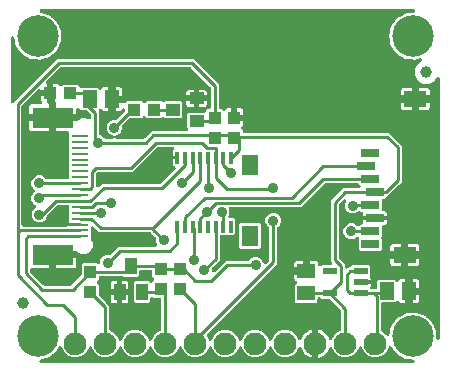
<source format=gbr>
G04 EAGLE Gerber RS-274X export*
G75*
%MOMM*%
%FSLAX34Y34*%
%LPD*%
%INTop Copper*%
%IPPOS*%
%AMOC8*
5,1,8,0,0,1.08239X$1,22.5*%
G01*
%ADD10R,1.900000X1.400000*%
%ADD11R,1.400000X1.800000*%
%ADD12R,1.500000X0.700000*%
%ADD13R,1.200000X0.550000*%
%ADD14R,1.240000X1.500000*%
%ADD15R,1.500000X1.240000*%
%ADD16C,1.000000*%
%ADD17C,3.516000*%
%ADD18R,1.000000X1.075000*%
%ADD19R,1.200000X1.000000*%
%ADD20R,1.075000X1.000000*%
%ADD21R,0.304800X0.990600*%
%ADD22R,1.000000X1.400000*%
%ADD23R,1.400000X0.250000*%
%ADD24R,3.500000X1.800000*%
%ADD25C,1.930400*%
%ADD26C,0.906400*%
%ADD27C,0.254000*%

G36*
X364276Y22295D02*
X364276Y22295D01*
X364390Y22303D01*
X364448Y22321D01*
X364507Y22330D01*
X364614Y22372D01*
X364723Y22406D01*
X364775Y22436D01*
X364831Y22459D01*
X364925Y22524D01*
X365024Y22582D01*
X365068Y22623D01*
X365117Y22657D01*
X365194Y22743D01*
X365277Y22822D01*
X365310Y22872D01*
X365350Y22916D01*
X365406Y23017D01*
X365469Y23113D01*
X365490Y23169D01*
X365519Y23221D01*
X365550Y23332D01*
X365590Y23439D01*
X365602Y23516D01*
X365614Y23557D01*
X365619Y23619D01*
X365629Y23681D01*
X365755Y25280D01*
X365753Y25323D01*
X365759Y25400D01*
X365759Y243204D01*
X365745Y243328D01*
X365739Y243453D01*
X365725Y243501D01*
X365719Y243550D01*
X365677Y243668D01*
X365643Y243788D01*
X365619Y243831D01*
X365602Y243878D01*
X365534Y243983D01*
X365473Y244092D01*
X365440Y244129D01*
X365413Y244171D01*
X365323Y244258D01*
X365239Y244350D01*
X365198Y244379D01*
X365162Y244413D01*
X365055Y244477D01*
X364952Y244548D01*
X364906Y244566D01*
X364863Y244592D01*
X364744Y244630D01*
X364628Y244676D01*
X364579Y244683D01*
X364531Y244698D01*
X364407Y244708D01*
X364283Y244726D01*
X364233Y244722D01*
X364184Y244726D01*
X364060Y244708D01*
X363936Y244697D01*
X363888Y244682D01*
X363839Y244674D01*
X363723Y244628D01*
X363604Y244590D01*
X363561Y244564D01*
X363515Y244546D01*
X363413Y244474D01*
X363306Y244410D01*
X363270Y244375D01*
X363229Y244347D01*
X363145Y244254D01*
X363056Y244167D01*
X363020Y244115D01*
X362996Y244088D01*
X362973Y244046D01*
X362917Y243965D01*
X361587Y241663D01*
X356986Y239006D01*
X351674Y239006D01*
X347073Y241663D01*
X344416Y246264D01*
X344416Y251576D01*
X347073Y256177D01*
X349763Y257731D01*
X349824Y257776D01*
X349889Y257812D01*
X349963Y257879D01*
X350043Y257938D01*
X350092Y257996D01*
X350147Y258046D01*
X350204Y258128D01*
X350269Y258204D01*
X350303Y258271D01*
X350346Y258333D01*
X350382Y258426D01*
X350428Y258514D01*
X350446Y258587D01*
X350473Y258657D01*
X350488Y258756D01*
X350512Y258853D01*
X350513Y258928D01*
X350524Y259002D01*
X350516Y259101D01*
X350517Y259201D01*
X350502Y259274D01*
X350495Y259349D01*
X350465Y259444D01*
X350443Y259542D01*
X350411Y259609D01*
X350388Y259681D01*
X350337Y259766D01*
X350294Y259856D01*
X350247Y259915D01*
X350208Y259979D01*
X350139Y260051D01*
X350077Y260129D01*
X350018Y260175D01*
X349966Y260229D01*
X349882Y260283D01*
X349803Y260345D01*
X349735Y260377D01*
X349672Y260418D01*
X349578Y260451D01*
X349488Y260493D01*
X349415Y260509D01*
X349344Y260534D01*
X349245Y260545D01*
X349147Y260566D01*
X349072Y260565D01*
X348998Y260573D01*
X348899Y260562D01*
X348799Y260560D01*
X348726Y260541D01*
X348651Y260532D01*
X348506Y260485D01*
X348461Y260474D01*
X348440Y260464D01*
X348419Y260457D01*
X346801Y259787D01*
X346488Y259787D01*
X346371Y259774D01*
X346255Y259769D01*
X346182Y259752D01*
X346141Y259747D01*
X346099Y259732D01*
X346017Y259713D01*
X345004Y259384D01*
X341242Y259779D01*
X341193Y259778D01*
X341083Y259787D01*
X338999Y259787D01*
X338467Y260008D01*
X338374Y260034D01*
X338284Y260070D01*
X338179Y260090D01*
X338132Y260103D01*
X338099Y260105D01*
X338043Y260115D01*
X336680Y260258D01*
X333768Y261940D01*
X333726Y261958D01*
X333590Y262028D01*
X331790Y262773D01*
X331202Y263361D01*
X331142Y263409D01*
X331088Y263465D01*
X330966Y263549D01*
X330929Y263578D01*
X330911Y263586D01*
X330886Y263604D01*
X329433Y264443D01*
X327676Y266861D01*
X327668Y266870D01*
X327520Y267043D01*
X326273Y268290D01*
X325859Y269290D01*
X325831Y269340D01*
X325812Y269394D01*
X325699Y269579D01*
X325690Y269595D01*
X325687Y269597D01*
X325684Y269602D01*
X324513Y271214D01*
X323964Y273798D01*
X323958Y273815D01*
X323956Y273832D01*
X323881Y274065D01*
X323287Y275499D01*
X323287Y276822D01*
X323283Y276859D01*
X323285Y276896D01*
X323254Y277139D01*
X322773Y279400D01*
X323254Y281661D01*
X323258Y281698D01*
X323268Y281734D01*
X323287Y281978D01*
X323287Y283301D01*
X323881Y284735D01*
X323886Y284752D01*
X323894Y284767D01*
X323964Y285002D01*
X324513Y287586D01*
X325684Y289198D01*
X325712Y289247D01*
X325748Y289292D01*
X325846Y289485D01*
X325855Y289501D01*
X325856Y289505D01*
X325859Y289510D01*
X326273Y290510D01*
X327520Y291757D01*
X327527Y291766D01*
X327676Y291939D01*
X329433Y294357D01*
X330886Y295196D01*
X330948Y295242D01*
X331016Y295280D01*
X331083Y295338D01*
X331104Y295351D01*
X331128Y295375D01*
X331128Y295376D01*
X331166Y295404D01*
X331179Y295419D01*
X331202Y295439D01*
X331790Y296027D01*
X333590Y296772D01*
X333630Y296795D01*
X333768Y296860D01*
X336680Y298542D01*
X338043Y298685D01*
X338138Y298706D01*
X338234Y298717D01*
X338336Y298750D01*
X338384Y298761D01*
X338414Y298775D01*
X338467Y298792D01*
X338999Y299013D01*
X341083Y299013D01*
X341132Y299018D01*
X341242Y299021D01*
X343108Y299217D01*
X343143Y299225D01*
X343178Y299226D01*
X343313Y299263D01*
X343449Y299293D01*
X343480Y299308D01*
X343514Y299318D01*
X343637Y299384D01*
X343763Y299444D01*
X343790Y299466D01*
X343821Y299483D01*
X343925Y299575D01*
X344034Y299663D01*
X344056Y299691D01*
X344082Y299714D01*
X344163Y299828D01*
X344249Y299937D01*
X344264Y299969D01*
X344284Y299998D01*
X344337Y300127D01*
X344395Y300254D01*
X344403Y300288D01*
X344416Y300321D01*
X344438Y300458D01*
X344466Y300595D01*
X344465Y300630D01*
X344471Y300665D01*
X344461Y300803D01*
X344458Y300943D01*
X344449Y300977D01*
X344447Y301012D01*
X344405Y301146D01*
X344370Y301281D01*
X344354Y301312D01*
X344344Y301345D01*
X344273Y301465D01*
X344209Y301589D01*
X344185Y301616D01*
X344168Y301646D01*
X344072Y301747D01*
X343981Y301853D01*
X343952Y301874D01*
X343928Y301899D01*
X343812Y301976D01*
X343699Y302058D01*
X343667Y302072D01*
X343637Y302091D01*
X343507Y302139D01*
X343378Y302194D01*
X343343Y302200D01*
X343310Y302212D01*
X343152Y302237D01*
X343144Y302240D01*
X343132Y302241D01*
X343069Y302251D01*
X343019Y302255D01*
X342977Y302253D01*
X342900Y302259D01*
X28372Y302259D01*
X28263Y302247D01*
X28153Y302243D01*
X28090Y302227D01*
X28026Y302219D01*
X27922Y302182D01*
X27816Y302154D01*
X27759Y302124D01*
X27698Y302102D01*
X27605Y302042D01*
X27508Y301991D01*
X27459Y301948D01*
X27405Y301913D01*
X27328Y301834D01*
X27245Y301761D01*
X27208Y301709D01*
X27163Y301662D01*
X27106Y301568D01*
X27042Y301479D01*
X27017Y301419D01*
X26984Y301363D01*
X26950Y301258D01*
X26908Y301157D01*
X26897Y301093D01*
X26878Y301031D01*
X26869Y300922D01*
X26851Y300813D01*
X26855Y300748D01*
X26850Y300684D01*
X26866Y300575D01*
X26873Y300465D01*
X26892Y300403D01*
X26901Y300339D01*
X26942Y300237D01*
X26974Y300132D01*
X27006Y300075D01*
X27030Y300015D01*
X27093Y299925D01*
X27148Y299830D01*
X27192Y299782D01*
X27229Y299729D01*
X27311Y299655D01*
X27386Y299575D01*
X27440Y299539D01*
X27488Y299496D01*
X27584Y299442D01*
X27675Y299381D01*
X27754Y299349D01*
X27793Y299327D01*
X27833Y299316D01*
X27901Y299287D01*
X28517Y299087D01*
X28631Y299064D01*
X28744Y299032D01*
X28818Y299026D01*
X28858Y299018D01*
X28903Y299020D01*
X28988Y299013D01*
X29301Y299013D01*
X31265Y298199D01*
X31306Y298188D01*
X31377Y298158D01*
X35463Y296830D01*
X36030Y296320D01*
X36141Y296241D01*
X36248Y296156D01*
X36290Y296135D01*
X36314Y296118D01*
X36360Y296099D01*
X36466Y296045D01*
X36510Y296027D01*
X37875Y294661D01*
X37899Y294643D01*
X37933Y294607D01*
X41683Y291230D01*
X41870Y290810D01*
X41950Y290675D01*
X41984Y290614D01*
X42330Y289778D01*
X42338Y289764D01*
X42346Y289741D01*
X45087Y283585D01*
X45087Y275215D01*
X42346Y269059D01*
X42341Y269044D01*
X42330Y269022D01*
X41996Y268216D01*
X41987Y268205D01*
X41977Y268186D01*
X41968Y268175D01*
X41950Y268137D01*
X41870Y267990D01*
X41683Y267570D01*
X37933Y264193D01*
X37913Y264170D01*
X37875Y264138D01*
X36510Y262773D01*
X36466Y262755D01*
X36346Y262688D01*
X36224Y262628D01*
X36187Y262600D01*
X36162Y262586D01*
X36124Y262552D01*
X36030Y262480D01*
X35463Y261970D01*
X31377Y260642D01*
X31339Y260625D01*
X31265Y260601D01*
X29301Y259787D01*
X28988Y259787D01*
X28871Y259774D01*
X28755Y259769D01*
X28682Y259752D01*
X28641Y259747D01*
X28599Y259732D01*
X28517Y259713D01*
X27504Y259384D01*
X23742Y259779D01*
X23693Y259778D01*
X23583Y259787D01*
X21499Y259787D01*
X20967Y260008D01*
X20874Y260034D01*
X20784Y260070D01*
X20679Y260090D01*
X20632Y260103D01*
X20598Y260105D01*
X20543Y260115D01*
X19180Y260258D01*
X16268Y261940D01*
X16226Y261958D01*
X16090Y262028D01*
X14290Y262773D01*
X13702Y263361D01*
X13642Y263409D01*
X13588Y263465D01*
X13466Y263549D01*
X13429Y263578D01*
X13411Y263586D01*
X13386Y263604D01*
X11933Y264443D01*
X10176Y266861D01*
X10168Y266870D01*
X10020Y267043D01*
X8773Y268290D01*
X8359Y269290D01*
X8331Y269340D01*
X8312Y269394D01*
X8199Y269579D01*
X8190Y269595D01*
X8187Y269597D01*
X8184Y269602D01*
X7013Y271214D01*
X6464Y273798D01*
X6458Y273815D01*
X6456Y273832D01*
X6381Y274065D01*
X5787Y275499D01*
X5787Y276822D01*
X5783Y276859D01*
X5785Y276896D01*
X5754Y277139D01*
X5554Y278080D01*
X5549Y278094D01*
X5547Y278109D01*
X5494Y278259D01*
X5443Y278410D01*
X5435Y278423D01*
X5430Y278437D01*
X5343Y278571D01*
X5260Y278707D01*
X5249Y278717D01*
X5241Y278730D01*
X5126Y278841D01*
X5014Y278954D01*
X5001Y278962D01*
X4990Y278972D01*
X4853Y279054D01*
X4719Y279138D01*
X4704Y279143D01*
X4691Y279151D01*
X4540Y279200D01*
X4389Y279251D01*
X4374Y279253D01*
X4359Y279257D01*
X4201Y279270D01*
X4042Y279286D01*
X4027Y279284D01*
X4012Y279285D01*
X3855Y279262D01*
X3696Y279241D01*
X3682Y279236D01*
X3667Y279234D01*
X3519Y279175D01*
X3370Y279119D01*
X3357Y279111D01*
X3343Y279105D01*
X3213Y279014D01*
X3080Y278926D01*
X3070Y278915D01*
X3057Y278906D01*
X2951Y278788D01*
X2841Y278672D01*
X2834Y278658D01*
X2824Y278647D01*
X2746Y278508D01*
X2667Y278370D01*
X2663Y278356D01*
X2655Y278342D01*
X2612Y278188D01*
X2566Y278037D01*
X2565Y278021D01*
X2560Y278007D01*
X2541Y277763D01*
X2541Y224249D01*
X2552Y224149D01*
X2554Y224049D01*
X2572Y223977D01*
X2581Y223903D01*
X2614Y223808D01*
X2639Y223711D01*
X2673Y223645D01*
X2698Y223575D01*
X2753Y223490D01*
X2799Y223401D01*
X2847Y223344D01*
X2887Y223282D01*
X2959Y223212D01*
X3024Y223136D01*
X3084Y223091D01*
X3138Y223040D01*
X3224Y222988D01*
X3305Y222928D01*
X3373Y222899D01*
X3437Y222861D01*
X3533Y222830D01*
X3625Y222790D01*
X3698Y222777D01*
X3769Y222755D01*
X3869Y222746D01*
X3968Y222729D01*
X4042Y222733D01*
X4116Y222727D01*
X4216Y222741D01*
X4316Y222747D01*
X4387Y222767D01*
X4461Y222778D01*
X4554Y222815D01*
X4651Y222843D01*
X4716Y222880D01*
X4785Y222907D01*
X4867Y222964D01*
X4955Y223013D01*
X5031Y223078D01*
X5071Y223106D01*
X5095Y223132D01*
X5141Y223172D01*
X39431Y257462D01*
X41812Y259843D01*
X157578Y259843D01*
X178563Y238858D01*
X178563Y219361D01*
X178566Y219335D01*
X178564Y219309D01*
X178586Y219162D01*
X178603Y219015D01*
X178611Y218990D01*
X178615Y218964D01*
X178670Y218826D01*
X178720Y218687D01*
X178734Y218665D01*
X178744Y218640D01*
X178829Y218519D01*
X178909Y218394D01*
X178928Y218376D01*
X178943Y218354D01*
X179053Y218255D01*
X179160Y218152D01*
X179182Y218138D01*
X179202Y218121D01*
X179332Y218049D01*
X179459Y217973D01*
X179484Y217965D01*
X179507Y217952D01*
X179650Y217912D01*
X179791Y217867D01*
X179817Y217865D01*
X179842Y217857D01*
X180086Y217838D01*
X181102Y217838D01*
X182176Y216764D01*
X182216Y216732D01*
X182250Y216694D01*
X182352Y216624D01*
X182449Y216547D01*
X182495Y216526D01*
X182537Y216497D01*
X182652Y216451D01*
X182764Y216398D01*
X182814Y216388D01*
X182861Y216369D01*
X182984Y216351D01*
X183105Y216325D01*
X183156Y216326D01*
X183206Y216319D01*
X183330Y216329D01*
X183453Y216331D01*
X183502Y216343D01*
X183553Y216348D01*
X183671Y216386D01*
X183791Y216416D01*
X183836Y216439D01*
X183885Y216455D01*
X183991Y216519D01*
X184101Y216576D01*
X184140Y216609D01*
X184183Y216635D01*
X184272Y216721D01*
X184366Y216801D01*
X184397Y216843D01*
X184433Y216878D01*
X184572Y217079D01*
X184737Y217365D01*
X185210Y217838D01*
X185789Y218173D01*
X186435Y218346D01*
X189271Y218346D01*
X189271Y211406D01*
X189274Y211380D01*
X189272Y211354D01*
X189294Y211207D01*
X189311Y211060D01*
X189319Y211035D01*
X189323Y211009D01*
X189378Y210872D01*
X189428Y210732D01*
X189442Y210710D01*
X189452Y210685D01*
X189537Y210564D01*
X189617Y210439D01*
X189636Y210421D01*
X189651Y210399D01*
X189761Y210300D01*
X189868Y210197D01*
X189890Y210183D01*
X189910Y210166D01*
X190040Y210094D01*
X190167Y210018D01*
X190192Y210010D01*
X190215Y209997D01*
X190358Y209957D01*
X190499Y209912D01*
X190525Y209910D01*
X190550Y209903D01*
X190794Y209883D01*
X191223Y209883D01*
X191223Y209454D01*
X191226Y209428D01*
X191224Y209402D01*
X191246Y209255D01*
X191263Y209108D01*
X191272Y209083D01*
X191276Y209057D01*
X191330Y208919D01*
X191380Y208780D01*
X191395Y208758D01*
X191404Y208733D01*
X191489Y208612D01*
X191569Y208487D01*
X191588Y208469D01*
X191603Y208447D01*
X191713Y208348D01*
X191820Y208245D01*
X191843Y208231D01*
X191862Y208214D01*
X191992Y208142D01*
X192119Y208066D01*
X192144Y208058D01*
X192167Y208045D01*
X192310Y208005D01*
X192451Y207960D01*
X192477Y207957D01*
X192502Y207950D01*
X192746Y207931D01*
X199311Y207931D01*
X199311Y204720D01*
X199138Y204074D01*
X198803Y203495D01*
X198330Y203022D01*
X198209Y202952D01*
X198168Y202922D01*
X198123Y202898D01*
X198029Y202818D01*
X197929Y202745D01*
X197896Y202706D01*
X197857Y202673D01*
X197784Y202573D01*
X197704Y202479D01*
X197681Y202433D01*
X197650Y202392D01*
X197601Y202279D01*
X197545Y202169D01*
X197533Y202119D01*
X197512Y202072D01*
X197490Y201951D01*
X197461Y201831D01*
X197460Y201780D01*
X197451Y201729D01*
X197457Y201605D01*
X197455Y201482D01*
X197466Y201432D01*
X197469Y201381D01*
X197503Y201262D01*
X197529Y201142D01*
X197551Y201095D01*
X197565Y201046D01*
X197626Y200938D01*
X197679Y200827D01*
X197710Y200787D01*
X197735Y200742D01*
X197894Y200556D01*
X198803Y199647D01*
X198803Y199136D01*
X198806Y199110D01*
X198804Y199084D01*
X198826Y198937D01*
X198843Y198790D01*
X198851Y198765D01*
X198855Y198739D01*
X198910Y198601D01*
X198960Y198462D01*
X198974Y198440D01*
X198984Y198415D01*
X199069Y198294D01*
X199149Y198169D01*
X199168Y198151D01*
X199183Y198129D01*
X199293Y198030D01*
X199400Y197927D01*
X199422Y197913D01*
X199442Y197896D01*
X199572Y197824D01*
X199699Y197748D01*
X199724Y197740D01*
X199747Y197727D01*
X199890Y197687D01*
X200031Y197642D01*
X200057Y197640D01*
X200082Y197632D01*
X200326Y197613D01*
X322678Y197613D01*
X325059Y195232D01*
X333503Y186788D01*
X333503Y156112D01*
X331122Y153731D01*
X321039Y143648D01*
X320960Y143549D01*
X320876Y143455D01*
X320852Y143413D01*
X320822Y143375D01*
X320768Y143261D01*
X320707Y143150D01*
X320694Y143104D01*
X320673Y143060D01*
X320647Y142937D01*
X320625Y142861D01*
X319402Y141637D01*
X318116Y141637D01*
X318090Y141634D01*
X318064Y141636D01*
X317917Y141614D01*
X317770Y141597D01*
X317745Y141589D01*
X317719Y141585D01*
X317581Y141530D01*
X317442Y141480D01*
X317420Y141466D01*
X317395Y141456D01*
X317274Y141371D01*
X317149Y141291D01*
X317131Y141272D01*
X317109Y141257D01*
X317010Y141147D01*
X316907Y141040D01*
X316893Y141018D01*
X316876Y140998D01*
X316804Y140868D01*
X316728Y140741D01*
X316720Y140716D01*
X316707Y140693D01*
X316667Y140550D01*
X316622Y140409D01*
X316620Y140383D01*
X316612Y140358D01*
X316593Y140114D01*
X316593Y132734D01*
X316596Y132708D01*
X316594Y132682D01*
X316616Y132535D01*
X316633Y132388D01*
X316641Y132363D01*
X316645Y132337D01*
X316700Y132199D01*
X316750Y132060D01*
X316764Y132038D01*
X316774Y132013D01*
X316859Y131891D01*
X316939Y131767D01*
X316958Y131749D01*
X316973Y131727D01*
X317083Y131628D01*
X317190Y131525D01*
X317212Y131511D01*
X317232Y131494D01*
X317362Y131422D01*
X317489Y131346D01*
X317514Y131338D01*
X317537Y131325D01*
X317680Y131285D01*
X317821Y131240D01*
X317847Y131238D01*
X317872Y131230D01*
X318116Y131211D01*
X318895Y131211D01*
X319541Y131038D01*
X320120Y130703D01*
X320593Y130230D01*
X320928Y129651D01*
X321101Y129005D01*
X321101Y126919D01*
X311286Y126919D01*
X311260Y126916D01*
X311234Y126918D01*
X311089Y126897D01*
X311078Y126900D01*
X310834Y126919D01*
X301019Y126919D01*
X301019Y129114D01*
X301016Y129140D01*
X301018Y129166D01*
X300996Y129313D01*
X300979Y129460D01*
X300971Y129485D01*
X300967Y129511D01*
X300912Y129649D01*
X300862Y129788D01*
X300848Y129810D01*
X300838Y129835D01*
X300753Y129956D01*
X300673Y130081D01*
X300654Y130099D01*
X300639Y130121D01*
X300529Y130220D01*
X300422Y130323D01*
X300400Y130337D01*
X300380Y130354D01*
X300250Y130426D01*
X300123Y130502D01*
X300098Y130510D01*
X300075Y130523D01*
X299932Y130563D01*
X299791Y130608D01*
X299765Y130610D01*
X299740Y130618D01*
X299496Y130637D01*
X298718Y130637D01*
X298502Y130854D01*
X298481Y130870D01*
X298464Y130890D01*
X298345Y130978D01*
X298229Y131070D01*
X298205Y131081D01*
X298184Y131097D01*
X298048Y131156D01*
X297914Y131219D01*
X297888Y131225D01*
X297864Y131235D01*
X297718Y131261D01*
X297573Y131292D01*
X297547Y131292D01*
X297521Y131297D01*
X297372Y131289D01*
X297224Y131287D01*
X297199Y131280D01*
X297173Y131279D01*
X297030Y131238D01*
X296886Y131202D01*
X296863Y131189D01*
X296838Y131182D01*
X296709Y131110D01*
X296577Y131042D01*
X296557Y131025D01*
X296534Y131012D01*
X296347Y130854D01*
X295819Y130325D01*
X293406Y129325D01*
X290794Y129325D01*
X288381Y130325D01*
X286535Y132171D01*
X285535Y134584D01*
X285535Y137196D01*
X286309Y139064D01*
X286323Y139112D01*
X286344Y139158D01*
X286368Y139268D01*
X286391Y139338D01*
X286392Y139354D01*
X286405Y139399D01*
X286407Y139449D01*
X286418Y139499D01*
X286416Y139623D01*
X286422Y139747D01*
X286413Y139797D01*
X286412Y139847D01*
X286381Y139968D01*
X286359Y140090D01*
X286339Y140136D01*
X286327Y140185D01*
X286270Y140296D01*
X286220Y140410D01*
X286190Y140450D01*
X286167Y140495D01*
X286087Y140590D01*
X286012Y140689D01*
X285974Y140722D01*
X285941Y140760D01*
X285841Y140834D01*
X285746Y140914D01*
X285702Y140937D01*
X285661Y140967D01*
X285547Y141017D01*
X285436Y141073D01*
X285387Y141085D01*
X285341Y141105D01*
X285219Y141127D01*
X285098Y141157D01*
X285048Y141158D01*
X284998Y141167D01*
X284874Y141161D01*
X284749Y141162D01*
X284700Y141152D01*
X284650Y141149D01*
X284530Y141115D01*
X284409Y141088D01*
X284364Y141067D01*
X284315Y141053D01*
X284230Y141005D01*
X284214Y140999D01*
X284192Y140985D01*
X284094Y140938D01*
X284055Y140907D01*
X284011Y140882D01*
X283941Y140823D01*
X283921Y140810D01*
X283899Y140787D01*
X283825Y140724D01*
X283822Y140721D01*
X280609Y137508D01*
X280530Y137409D01*
X280446Y137315D01*
X280422Y137273D01*
X280392Y137235D01*
X280338Y137121D01*
X280277Y137010D01*
X280264Y136964D01*
X280243Y136920D01*
X280217Y136797D01*
X280182Y136675D01*
X280177Y136614D01*
X280170Y136579D01*
X280171Y136531D01*
X280163Y136431D01*
X280163Y91929D01*
X280177Y91803D01*
X280184Y91677D01*
X280197Y91631D01*
X280203Y91583D01*
X280245Y91464D01*
X280280Y91342D01*
X280304Y91300D01*
X280320Y91254D01*
X280389Y91148D01*
X280450Y91038D01*
X280490Y90992D01*
X280509Y90962D01*
X280544Y90928D01*
X280609Y90852D01*
X285355Y86106D01*
X285355Y84153D01*
X285366Y84053D01*
X285368Y83953D01*
X285386Y83881D01*
X285395Y83807D01*
X285428Y83712D01*
X285453Y83615D01*
X285487Y83549D01*
X285512Y83479D01*
X285567Y83394D01*
X285613Y83305D01*
X285661Y83248D01*
X285701Y83186D01*
X285773Y83116D01*
X285838Y83040D01*
X285898Y82995D01*
X285952Y82944D01*
X286038Y82892D01*
X286119Y82832D01*
X286187Y82803D01*
X286251Y82765D01*
X286347Y82734D01*
X286439Y82694D01*
X286512Y82681D01*
X286583Y82659D01*
X286683Y82650D01*
X286782Y82633D01*
X286856Y82637D01*
X286930Y82631D01*
X287030Y82645D01*
X287130Y82651D01*
X287201Y82671D01*
X287275Y82682D01*
X287368Y82719D01*
X287465Y82747D01*
X287530Y82784D01*
X287599Y82811D01*
X287681Y82868D01*
X287769Y82917D01*
X287845Y82983D01*
X287885Y83010D01*
X287909Y83036D01*
X287955Y83076D01*
X288802Y83923D01*
X289797Y83923D01*
X289923Y83937D01*
X290049Y83944D01*
X290095Y83957D01*
X290143Y83963D01*
X290262Y84005D01*
X290384Y84040D01*
X290426Y84064D01*
X290471Y84080D01*
X290578Y84149D01*
X290688Y84210D01*
X290734Y84250D01*
X290764Y84269D01*
X290798Y84304D01*
X290874Y84369D01*
X291908Y85403D01*
X305592Y85403D01*
X306783Y84212D01*
X306783Y76944D01*
X306732Y76837D01*
X306659Y76682D01*
X306659Y76680D01*
X306658Y76679D01*
X306622Y76512D01*
X306586Y76341D01*
X306586Y76340D01*
X306585Y76338D01*
X306589Y76160D01*
X306592Y75993D01*
X306592Y75991D01*
X306592Y75990D01*
X306636Y75814D01*
X306677Y75655D01*
X306677Y75653D01*
X306678Y75652D01*
X306782Y75431D01*
X307118Y74851D01*
X307291Y74205D01*
X307291Y72643D01*
X298750Y72643D01*
X298724Y72640D01*
X298698Y72642D01*
X298551Y72620D01*
X298404Y72604D01*
X298379Y72595D01*
X298353Y72591D01*
X298216Y72536D01*
X298076Y72486D01*
X298054Y72472D01*
X298030Y72462D01*
X297908Y72378D01*
X297783Y72297D01*
X297765Y72278D01*
X297743Y72263D01*
X297644Y72153D01*
X297541Y72046D01*
X297528Y72024D01*
X297510Y72004D01*
X297438Y71874D01*
X297362Y71747D01*
X297354Y71722D01*
X297341Y71699D01*
X297301Y71556D01*
X297256Y71415D01*
X297254Y71389D01*
X297247Y71364D01*
X297227Y71120D01*
X297230Y71094D01*
X297228Y71068D01*
X297250Y70921D01*
X297267Y70774D01*
X297276Y70749D01*
X297280Y70723D01*
X297334Y70585D01*
X297384Y70446D01*
X297399Y70423D01*
X297408Y70399D01*
X297493Y70278D01*
X297573Y70153D01*
X297592Y70134D01*
X297607Y70113D01*
X297717Y70014D01*
X297824Y69911D01*
X297847Y69897D01*
X297866Y69879D01*
X297996Y69808D01*
X298123Y69732D01*
X298148Y69724D01*
X298171Y69711D01*
X298314Y69671D01*
X298455Y69625D01*
X298481Y69623D01*
X298507Y69616D01*
X298750Y69597D01*
X307291Y69597D01*
X307291Y68035D01*
X307118Y67389D01*
X307013Y67208D01*
X306986Y67147D01*
X306985Y67144D01*
X306983Y67140D01*
X306983Y67138D01*
X306944Y67073D01*
X306914Y66979D01*
X306874Y66888D01*
X306861Y66813D01*
X306837Y66741D01*
X306830Y66643D01*
X306812Y66545D01*
X306816Y66469D01*
X306809Y66394D01*
X306824Y66296D01*
X306829Y66197D01*
X306850Y66124D01*
X306861Y66049D01*
X306898Y65957D01*
X306925Y65862D01*
X306962Y65796D01*
X306990Y65725D01*
X307046Y65644D01*
X307095Y65557D01*
X307146Y65501D01*
X307189Y65439D01*
X307262Y65373D01*
X307329Y65299D01*
X307391Y65256D01*
X307448Y65206D01*
X307534Y65158D01*
X307616Y65102D01*
X307686Y65074D01*
X307753Y65037D01*
X307848Y65010D01*
X307940Y64974D01*
X308015Y64963D01*
X308088Y64942D01*
X308239Y64930D01*
X308285Y64923D01*
X308303Y64925D01*
X308332Y64923D01*
X310944Y64923D01*
X310970Y64926D01*
X310996Y64924D01*
X311143Y64946D01*
X311290Y64963D01*
X311315Y64971D01*
X311341Y64975D01*
X311479Y65030D01*
X311618Y65080D01*
X311640Y65094D01*
X311665Y65104D01*
X311786Y65189D01*
X311911Y65269D01*
X311929Y65288D01*
X311951Y65303D01*
X312050Y65413D01*
X312153Y65520D01*
X312167Y65542D01*
X312184Y65562D01*
X312256Y65692D01*
X312332Y65819D01*
X312340Y65844D01*
X312353Y65867D01*
X312393Y66010D01*
X312438Y66151D01*
X312440Y66177D01*
X312448Y66202D01*
X312467Y66446D01*
X312467Y71842D01*
X313658Y73033D01*
X327742Y73033D01*
X328873Y71902D01*
X328913Y71870D01*
X328947Y71832D01*
X329049Y71762D01*
X329146Y71685D01*
X329192Y71664D01*
X329234Y71635D01*
X329349Y71589D01*
X329461Y71536D01*
X329511Y71526D01*
X329558Y71507D01*
X329681Y71489D01*
X329802Y71463D01*
X329852Y71464D01*
X329903Y71456D01*
X330026Y71467D01*
X330150Y71469D01*
X330200Y71481D01*
X330250Y71486D01*
X330368Y71524D01*
X330488Y71554D01*
X330533Y71577D01*
X330582Y71593D01*
X330688Y71657D01*
X330798Y71714D01*
X330837Y71747D01*
X330880Y71773D01*
X330969Y71859D01*
X331063Y71939D01*
X331094Y71980D01*
X331130Y72016D01*
X331269Y72217D01*
X331467Y72560D01*
X331940Y73033D01*
X332519Y73368D01*
X333165Y73541D01*
X336653Y73541D01*
X336653Y65024D01*
X336656Y64998D01*
X336654Y64972D01*
X336676Y64825D01*
X336693Y64678D01*
X336701Y64653D01*
X336705Y64627D01*
X336760Y64489D01*
X336810Y64350D01*
X336824Y64328D01*
X336834Y64303D01*
X336919Y64182D01*
X336999Y64057D01*
X337018Y64039D01*
X337033Y64017D01*
X337143Y63918D01*
X337250Y63815D01*
X337272Y63801D01*
X337292Y63784D01*
X337422Y63712D01*
X337549Y63636D01*
X337574Y63628D01*
X337597Y63615D01*
X337740Y63575D01*
X337881Y63530D01*
X337907Y63528D01*
X337932Y63520D01*
X338176Y63501D01*
X339701Y63501D01*
X339701Y63499D01*
X338176Y63499D01*
X338150Y63496D01*
X338124Y63498D01*
X337977Y63476D01*
X337830Y63459D01*
X337805Y63450D01*
X337779Y63447D01*
X337641Y63392D01*
X337502Y63342D01*
X337480Y63328D01*
X337455Y63318D01*
X337334Y63233D01*
X337209Y63153D01*
X337191Y63134D01*
X337169Y63119D01*
X337070Y63009D01*
X336967Y62902D01*
X336953Y62880D01*
X336936Y62860D01*
X336864Y62730D01*
X336788Y62603D01*
X336780Y62578D01*
X336767Y62555D01*
X336727Y62412D01*
X336682Y62271D01*
X336680Y62245D01*
X336672Y62220D01*
X336653Y61976D01*
X336653Y53459D01*
X333165Y53459D01*
X332519Y53632D01*
X331940Y53967D01*
X331467Y54440D01*
X331269Y54783D01*
X331239Y54824D01*
X331215Y54869D01*
X331135Y54963D01*
X331061Y55063D01*
X331022Y55096D01*
X330989Y55134D01*
X330890Y55208D01*
X330796Y55288D01*
X330750Y55311D01*
X330709Y55342D01*
X330596Y55390D01*
X330485Y55447D01*
X330436Y55459D01*
X330389Y55480D01*
X330268Y55501D01*
X330147Y55531D01*
X330096Y55532D01*
X330046Y55541D01*
X329923Y55535D01*
X329799Y55537D01*
X329749Y55526D01*
X329698Y55523D01*
X329579Y55489D01*
X329458Y55463D01*
X329412Y55441D01*
X329363Y55427D01*
X329255Y55366D01*
X329143Y55313D01*
X329104Y55282D01*
X329059Y55257D01*
X328873Y55098D01*
X327742Y53967D01*
X317246Y53967D01*
X317220Y53964D01*
X317194Y53966D01*
X317047Y53944D01*
X316900Y53927D01*
X316875Y53919D01*
X316849Y53915D01*
X316711Y53860D01*
X316572Y53810D01*
X316550Y53796D01*
X316525Y53786D01*
X316404Y53701D01*
X316279Y53621D01*
X316261Y53602D01*
X316239Y53587D01*
X316140Y53477D01*
X316037Y53370D01*
X316023Y53348D01*
X316006Y53328D01*
X315934Y53198D01*
X315858Y53071D01*
X315850Y53046D01*
X315837Y53023D01*
X315797Y52880D01*
X315752Y52739D01*
X315750Y52713D01*
X315742Y52688D01*
X315723Y52444D01*
X315723Y30821D01*
X315731Y30745D01*
X315730Y30669D01*
X315751Y30573D01*
X315763Y30475D01*
X315788Y30403D01*
X315805Y30328D01*
X315847Y30240D01*
X315880Y30147D01*
X315922Y30083D01*
X315954Y30014D01*
X316016Y29937D01*
X316069Y29854D01*
X316124Y29801D01*
X316172Y29741D01*
X316249Y29680D01*
X316320Y29612D01*
X316385Y29573D01*
X316445Y29525D01*
X316578Y29457D01*
X316619Y29433D01*
X316637Y29427D01*
X316663Y29414D01*
X317769Y28956D01*
X320536Y26189D01*
X320626Y26117D01*
X320711Y26039D01*
X320762Y26009D01*
X320809Y25972D01*
X320913Y25923D01*
X321013Y25866D01*
X321070Y25849D01*
X321124Y25824D01*
X321237Y25799D01*
X321347Y25766D01*
X321406Y25763D01*
X321464Y25750D01*
X321580Y25752D01*
X321695Y25745D01*
X321754Y25755D01*
X321813Y25756D01*
X321925Y25784D01*
X322039Y25804D01*
X322093Y25827D01*
X322151Y25841D01*
X322253Y25894D01*
X322360Y25939D01*
X322408Y25974D01*
X322461Y26001D01*
X322548Y26076D01*
X322642Y26143D01*
X322681Y26188D01*
X322726Y26227D01*
X322795Y26320D01*
X322870Y26407D01*
X322898Y26459D01*
X322933Y26507D01*
X322979Y26613D01*
X323033Y26715D01*
X323055Y26788D01*
X323071Y26827D01*
X323079Y26870D01*
X323103Y26950D01*
X323254Y27661D01*
X323258Y27698D01*
X323268Y27734D01*
X323287Y27978D01*
X323287Y29301D01*
X323881Y30735D01*
X323886Y30752D01*
X323894Y30767D01*
X323964Y31002D01*
X324513Y33586D01*
X325684Y35198D01*
X325712Y35247D01*
X325748Y35292D01*
X325846Y35485D01*
X325855Y35501D01*
X325856Y35505D01*
X325859Y35510D01*
X326273Y36510D01*
X327520Y37757D01*
X327527Y37766D01*
X327676Y37939D01*
X329433Y40357D01*
X330886Y41196D01*
X330948Y41242D01*
X331016Y41280D01*
X331128Y41376D01*
X331166Y41404D01*
X331179Y41419D01*
X331202Y41439D01*
X331790Y42027D01*
X333590Y42772D01*
X333630Y42795D01*
X333768Y42860D01*
X336680Y44542D01*
X338043Y44685D01*
X338138Y44706D01*
X338234Y44717D01*
X338336Y44750D01*
X338383Y44761D01*
X338414Y44775D01*
X338467Y44792D01*
X338999Y45013D01*
X341083Y45013D01*
X341132Y45018D01*
X341242Y45021D01*
X345004Y45416D01*
X346017Y45087D01*
X346131Y45064D01*
X346244Y45032D01*
X346318Y45026D01*
X346358Y45018D01*
X346403Y45020D01*
X346488Y45013D01*
X346801Y45013D01*
X348765Y44199D01*
X348806Y44188D01*
X348877Y44158D01*
X352963Y42830D01*
X353530Y42320D01*
X353641Y42241D01*
X353748Y42156D01*
X353790Y42135D01*
X353814Y42118D01*
X353860Y42099D01*
X353966Y42045D01*
X354010Y42027D01*
X355375Y40661D01*
X355399Y40643D01*
X355433Y40607D01*
X359183Y37230D01*
X359370Y36810D01*
X359450Y36675D01*
X359484Y36614D01*
X359830Y35778D01*
X359838Y35764D01*
X359846Y35741D01*
X362587Y29585D01*
X362587Y23800D01*
X362600Y23686D01*
X362604Y23572D01*
X362620Y23514D01*
X362627Y23454D01*
X362665Y23346D01*
X362696Y23235D01*
X362724Y23183D01*
X362744Y23126D01*
X362807Y23030D01*
X362861Y22929D01*
X362901Y22884D01*
X362933Y22833D01*
X363016Y22754D01*
X363092Y22668D01*
X363141Y22633D01*
X363184Y22591D01*
X363282Y22532D01*
X363376Y22466D01*
X363432Y22443D01*
X363483Y22412D01*
X363592Y22377D01*
X363699Y22334D01*
X363758Y22324D01*
X363815Y22306D01*
X363929Y22297D01*
X364043Y22279D01*
X364103Y22283D01*
X364162Y22278D01*
X364276Y22295D01*
G37*
G36*
X342942Y2546D02*
X342942Y2546D01*
X343019Y2545D01*
X343069Y2549D01*
X343103Y2556D01*
X343139Y2556D01*
X343230Y2579D01*
X343246Y2581D01*
X343264Y2587D01*
X343274Y2589D01*
X343411Y2616D01*
X343443Y2631D01*
X343477Y2639D01*
X343602Y2702D01*
X343729Y2759D01*
X343757Y2780D01*
X343788Y2796D01*
X343895Y2886D01*
X344006Y2970D01*
X344028Y2998D01*
X344055Y3020D01*
X344139Y3132D01*
X344227Y3239D01*
X344243Y3271D01*
X344264Y3299D01*
X344320Y3427D01*
X344382Y3552D01*
X344390Y3586D01*
X344405Y3618D01*
X344430Y3755D01*
X344462Y3891D01*
X344462Y3926D01*
X344469Y3961D01*
X344463Y4100D01*
X344463Y4239D01*
X344455Y4274D01*
X344453Y4309D01*
X344416Y4443D01*
X344384Y4579D01*
X344369Y4611D01*
X344359Y4644D01*
X344292Y4767D01*
X344231Y4892D01*
X344208Y4919D01*
X344191Y4950D01*
X344098Y5054D01*
X344010Y5161D01*
X343982Y5183D01*
X343958Y5209D01*
X343844Y5289D01*
X343733Y5374D01*
X343701Y5388D01*
X343673Y5408D01*
X343543Y5460D01*
X343416Y5518D01*
X343382Y5525D01*
X343349Y5538D01*
X343108Y5583D01*
X341242Y5779D01*
X341193Y5778D01*
X341083Y5787D01*
X338999Y5787D01*
X338467Y6008D01*
X338374Y6034D01*
X338284Y6070D01*
X338179Y6090D01*
X338132Y6103D01*
X338098Y6105D01*
X338043Y6115D01*
X336680Y6258D01*
X333768Y7940D01*
X333726Y7958D01*
X333590Y8028D01*
X331790Y8773D01*
X331202Y9361D01*
X331142Y9409D01*
X331088Y9465D01*
X330966Y9549D01*
X330929Y9578D01*
X330911Y9586D01*
X330886Y9604D01*
X329433Y10443D01*
X327676Y12861D01*
X327668Y12870D01*
X327520Y13043D01*
X326273Y14290D01*
X325859Y15290D01*
X325831Y15340D01*
X325812Y15394D01*
X325781Y15444D01*
X325779Y15447D01*
X325773Y15456D01*
X325699Y15579D01*
X325690Y15595D01*
X325687Y15597D01*
X325684Y15602D01*
X325172Y16308D01*
X325107Y16378D01*
X325050Y16455D01*
X324989Y16506D01*
X324936Y16564D01*
X324857Y16618D01*
X324784Y16680D01*
X324714Y16716D01*
X324648Y16761D01*
X324559Y16795D01*
X324474Y16839D01*
X324397Y16858D01*
X324323Y16886D01*
X324228Y16900D01*
X324136Y16923D01*
X324056Y16924D01*
X323978Y16935D01*
X323883Y16926D01*
X323787Y16928D01*
X323710Y16911D01*
X323631Y16904D01*
X323540Y16874D01*
X323447Y16854D01*
X323375Y16820D01*
X323300Y16795D01*
X323218Y16745D01*
X323132Y16704D01*
X323070Y16655D01*
X323002Y16613D01*
X322934Y16546D01*
X322859Y16486D01*
X322810Y16424D01*
X322754Y16369D01*
X322703Y16288D01*
X322644Y16213D01*
X322594Y16116D01*
X322568Y16074D01*
X322557Y16043D01*
X322532Y15995D01*
X321056Y12431D01*
X317769Y9144D01*
X313474Y7365D01*
X308826Y7365D01*
X304531Y9144D01*
X301244Y12431D01*
X299857Y15779D01*
X299809Y15867D01*
X299769Y15959D01*
X299724Y16019D01*
X299688Y16084D01*
X299621Y16158D01*
X299561Y16239D01*
X299504Y16287D01*
X299454Y16342D01*
X299371Y16399D01*
X299295Y16464D01*
X299228Y16498D01*
X299167Y16540D01*
X299074Y16577D01*
X298984Y16623D01*
X298912Y16641D01*
X298843Y16668D01*
X298743Y16683D01*
X298646Y16707D01*
X298572Y16708D01*
X298498Y16719D01*
X298398Y16711D01*
X298298Y16712D01*
X298225Y16696D01*
X298151Y16690D01*
X298055Y16659D01*
X297957Y16638D01*
X297890Y16606D01*
X297819Y16583D01*
X297733Y16531D01*
X297642Y16488D01*
X297584Y16442D01*
X297521Y16403D01*
X297448Y16333D01*
X297370Y16271D01*
X297324Y16212D01*
X297271Y16160D01*
X297216Y16076D01*
X297154Y15997D01*
X297108Y15908D01*
X297082Y15867D01*
X297070Y15833D01*
X297043Y15779D01*
X295656Y12431D01*
X292369Y9144D01*
X288074Y7365D01*
X283426Y7365D01*
X279131Y9144D01*
X275844Y12431D01*
X274721Y15144D01*
X274643Y15284D01*
X274568Y15425D01*
X274558Y15436D01*
X274551Y15448D01*
X274444Y15567D01*
X274339Y15687D01*
X274327Y15696D01*
X274317Y15707D01*
X274186Y15797D01*
X274056Y15891D01*
X274042Y15896D01*
X274030Y15905D01*
X273881Y15964D01*
X273734Y16025D01*
X273720Y16027D01*
X273706Y16033D01*
X273548Y16056D01*
X273390Y16082D01*
X273376Y16081D01*
X273361Y16083D01*
X273202Y16070D01*
X273042Y16060D01*
X273029Y16056D01*
X273014Y16054D01*
X272861Y16005D01*
X272709Y15959D01*
X272696Y15952D01*
X272682Y15947D01*
X272545Y15864D01*
X272407Y15785D01*
X272396Y15775D01*
X272384Y15768D01*
X272269Y15656D01*
X272152Y15547D01*
X272144Y15535D01*
X272134Y15525D01*
X272047Y15390D01*
X271959Y15257D01*
X271952Y15241D01*
X271946Y15232D01*
X271933Y15195D01*
X271865Y15032D01*
X271649Y14369D01*
X270778Y12660D01*
X269650Y11107D01*
X268293Y9750D01*
X266740Y8622D01*
X265030Y7751D01*
X263205Y7157D01*
X262849Y7101D01*
X262849Y18074D01*
X262846Y18100D01*
X262848Y18126D01*
X262826Y18273D01*
X262809Y18420D01*
X262801Y18445D01*
X262797Y18471D01*
X262742Y18608D01*
X262692Y18748D01*
X262678Y18770D01*
X262668Y18795D01*
X262583Y18916D01*
X262503Y19041D01*
X262490Y19053D01*
X262535Y19100D01*
X262549Y19123D01*
X262566Y19142D01*
X262638Y19272D01*
X262714Y19399D01*
X262722Y19424D01*
X262735Y19447D01*
X262775Y19590D01*
X262820Y19731D01*
X262822Y19757D01*
X262830Y19782D01*
X262849Y20026D01*
X262849Y30999D01*
X263205Y30943D01*
X265030Y30349D01*
X266740Y29478D01*
X268293Y28350D01*
X269650Y26993D01*
X270778Y25440D01*
X271649Y23731D01*
X271865Y23068D01*
X271931Y22923D01*
X271995Y22776D01*
X272003Y22765D01*
X272009Y22751D01*
X272107Y22625D01*
X272203Y22497D01*
X272214Y22487D01*
X272223Y22476D01*
X272347Y22374D01*
X272469Y22271D01*
X272482Y22265D01*
X272493Y22256D01*
X272636Y22186D01*
X272779Y22113D01*
X272793Y22109D01*
X272806Y22103D01*
X272961Y22067D01*
X273117Y22029D01*
X273132Y22028D01*
X273146Y22025D01*
X273305Y22026D01*
X273466Y22023D01*
X273480Y22027D01*
X273494Y22027D01*
X273650Y22064D01*
X273806Y22098D01*
X273819Y22104D01*
X273833Y22107D01*
X273977Y22179D01*
X274121Y22248D01*
X274132Y22257D01*
X274145Y22263D01*
X274268Y22365D01*
X274393Y22465D01*
X274402Y22476D01*
X274413Y22486D01*
X274510Y22613D01*
X274609Y22738D01*
X274617Y22754D01*
X274624Y22763D01*
X274640Y22798D01*
X274721Y22956D01*
X275844Y25669D01*
X279131Y28956D01*
X281507Y29940D01*
X281574Y29977D01*
X281645Y30005D01*
X281726Y30061D01*
X281812Y30109D01*
X281868Y30161D01*
X281931Y30204D01*
X281997Y30277D01*
X282070Y30343D01*
X282113Y30406D01*
X282164Y30463D01*
X282212Y30549D01*
X282268Y30630D01*
X282296Y30701D01*
X282333Y30768D01*
X282360Y30863D01*
X282396Y30954D01*
X282407Y31030D01*
X282428Y31103D01*
X282440Y31252D01*
X282447Y31299D01*
X282445Y31318D01*
X282447Y31347D01*
X282447Y46621D01*
X282433Y46747D01*
X282426Y46873D01*
X282413Y46919D01*
X282407Y46967D01*
X282365Y47086D01*
X282330Y47208D01*
X282306Y47250D01*
X282290Y47295D01*
X282221Y47402D01*
X282160Y47512D01*
X282120Y47558D01*
X282101Y47588D01*
X282066Y47622D01*
X282001Y47698D01*
X273308Y56391D01*
X273209Y56470D01*
X273115Y56554D01*
X273073Y56578D01*
X273035Y56608D01*
X272921Y56662D01*
X272810Y56723D01*
X272764Y56736D01*
X272720Y56757D01*
X272597Y56783D01*
X272475Y56818D01*
X272414Y56823D01*
X272379Y56830D01*
X272331Y56829D01*
X272231Y56837D01*
X265908Y56837D01*
X264874Y57871D01*
X264775Y57950D01*
X264681Y58034D01*
X264639Y58058D01*
X264601Y58088D01*
X264487Y58142D01*
X264376Y58203D01*
X264330Y58216D01*
X264286Y58237D01*
X264163Y58263D01*
X264139Y58270D01*
X264081Y58288D01*
X264071Y58289D01*
X264041Y58298D01*
X263980Y58303D01*
X263945Y58310D01*
X263897Y58309D01*
X263797Y58317D01*
X263786Y58317D01*
X263760Y58314D01*
X263734Y58316D01*
X263659Y58305D01*
X263597Y58304D01*
X263534Y58288D01*
X263440Y58277D01*
X263415Y58269D01*
X263389Y58265D01*
X263301Y58230D01*
X263259Y58219D01*
X263218Y58198D01*
X263112Y58160D01*
X263090Y58146D01*
X263065Y58136D01*
X262973Y58072D01*
X262949Y58059D01*
X262927Y58041D01*
X262819Y57971D01*
X262801Y57952D01*
X262779Y57937D01*
X262693Y57841D01*
X262684Y57834D01*
X262675Y57822D01*
X262577Y57720D01*
X262563Y57698D01*
X262546Y57678D01*
X262477Y57554D01*
X262477Y57553D01*
X262476Y57552D01*
X262474Y57548D01*
X262398Y57421D01*
X262390Y57396D01*
X262377Y57373D01*
X262337Y57230D01*
X262292Y57089D01*
X262290Y57063D01*
X262282Y57038D01*
X262263Y56794D01*
X262263Y54578D01*
X261072Y53387D01*
X244388Y53387D01*
X243197Y54578D01*
X243197Y68662D01*
X244328Y69793D01*
X244360Y69833D01*
X244398Y69867D01*
X244468Y69969D01*
X244545Y70066D01*
X244566Y70112D01*
X244595Y70154D01*
X244641Y70269D01*
X244694Y70381D01*
X244704Y70431D01*
X244723Y70478D01*
X244741Y70601D01*
X244767Y70722D01*
X244766Y70772D01*
X244774Y70823D01*
X244763Y70946D01*
X244761Y71070D01*
X244749Y71120D01*
X244744Y71170D01*
X244706Y71288D01*
X244676Y71408D01*
X244653Y71453D01*
X244637Y71502D01*
X244573Y71608D01*
X244516Y71718D01*
X244483Y71757D01*
X244457Y71800D01*
X244371Y71889D01*
X244291Y71983D01*
X244250Y72014D01*
X244214Y72050D01*
X244013Y72189D01*
X243670Y72387D01*
X243197Y72860D01*
X242862Y73439D01*
X242689Y74085D01*
X242689Y77573D01*
X251206Y77573D01*
X251232Y77576D01*
X251258Y77574D01*
X251405Y77596D01*
X251552Y77613D01*
X251577Y77621D01*
X251603Y77625D01*
X251741Y77680D01*
X251880Y77730D01*
X251902Y77744D01*
X251927Y77754D01*
X252048Y77839D01*
X252173Y77919D01*
X252191Y77938D01*
X252213Y77953D01*
X252312Y78063D01*
X252415Y78170D01*
X252429Y78192D01*
X252446Y78212D01*
X252518Y78342D01*
X252594Y78469D01*
X252602Y78494D01*
X252615Y78517D01*
X252655Y78660D01*
X252700Y78801D01*
X252702Y78827D01*
X252710Y78852D01*
X252729Y79096D01*
X252729Y80621D01*
X254254Y80621D01*
X254280Y80624D01*
X254306Y80622D01*
X254453Y80644D01*
X254600Y80661D01*
X254625Y80670D01*
X254651Y80673D01*
X254789Y80728D01*
X254928Y80778D01*
X254950Y80792D01*
X254975Y80802D01*
X255096Y80887D01*
X255221Y80967D01*
X255239Y80986D01*
X255261Y81001D01*
X255360Y81111D01*
X255463Y81218D01*
X255477Y81240D01*
X255494Y81260D01*
X255566Y81390D01*
X255642Y81517D01*
X255650Y81542D01*
X255663Y81565D01*
X255703Y81708D01*
X255748Y81849D01*
X255750Y81875D01*
X255758Y81900D01*
X255777Y82144D01*
X255777Y89361D01*
X260565Y89361D01*
X261211Y89188D01*
X261790Y88853D01*
X262263Y88380D01*
X262598Y87801D01*
X262771Y87155D01*
X262771Y85943D01*
X262782Y85843D01*
X262784Y85743D01*
X262802Y85671D01*
X262811Y85597D01*
X262845Y85502D01*
X262869Y85405D01*
X262903Y85339D01*
X262928Y85269D01*
X262983Y85184D01*
X263029Y85095D01*
X263077Y85038D01*
X263117Y84976D01*
X263189Y84906D01*
X263254Y84829D01*
X263314Y84785D01*
X263368Y84734D01*
X263454Y84682D01*
X263535Y84622D01*
X263603Y84593D01*
X263667Y84555D01*
X263763Y84524D01*
X263855Y84484D01*
X263928Y84471D01*
X263999Y84449D01*
X264099Y84440D01*
X264198Y84423D01*
X264272Y84427D01*
X264346Y84421D01*
X264446Y84435D01*
X264546Y84441D01*
X264617Y84461D01*
X264691Y84472D01*
X264784Y84509D01*
X264881Y84537D01*
X264946Y84573D01*
X265015Y84601D01*
X265097Y84658D01*
X265185Y84707D01*
X265261Y84772D01*
X265301Y84800D01*
X265325Y84826D01*
X265371Y84866D01*
X265908Y85403D01*
X273039Y85403D01*
X273139Y85414D01*
X273239Y85416D01*
X273311Y85434D01*
X273385Y85443D01*
X273480Y85477D01*
X273577Y85501D01*
X273643Y85535D01*
X273713Y85560D01*
X273798Y85615D01*
X273887Y85661D01*
X273943Y85709D01*
X274006Y85749D01*
X274076Y85821D01*
X274152Y85886D01*
X274196Y85946D01*
X274248Y86000D01*
X274300Y86086D01*
X274359Y86167D01*
X274389Y86235D01*
X274427Y86299D01*
X274458Y86395D01*
X274497Y86487D01*
X274511Y86560D01*
X274533Y86631D01*
X274541Y86731D01*
X274559Y86830D01*
X274555Y86904D01*
X274561Y86978D01*
X274546Y87078D01*
X274541Y87178D01*
X274521Y87249D01*
X274509Y87323D01*
X274472Y87416D01*
X274445Y87513D01*
X274408Y87578D01*
X274381Y87647D01*
X274323Y87729D01*
X274274Y87817D01*
X274209Y87893D01*
X274182Y87933D01*
X274155Y87957D01*
X274116Y88003D01*
X273557Y88562D01*
X273557Y139798D01*
X284232Y150473D01*
X297205Y150473D01*
X297305Y150484D01*
X297405Y150486D01*
X297477Y150504D01*
X297551Y150513D01*
X297646Y150547D01*
X297743Y150571D01*
X297809Y150605D01*
X297879Y150630D01*
X297964Y150685D01*
X298053Y150731D01*
X298110Y150779D01*
X298172Y150819D01*
X298242Y150891D01*
X298319Y150956D01*
X298363Y151016D01*
X298414Y151070D01*
X298466Y151156D01*
X298526Y151237D01*
X298555Y151305D01*
X298593Y151369D01*
X298624Y151465D01*
X298664Y151557D01*
X298677Y151630D01*
X298699Y151701D01*
X298708Y151801D01*
X298725Y151900D01*
X298721Y151974D01*
X298727Y152048D01*
X298713Y152148D01*
X298707Y152248D01*
X298687Y152319D01*
X298676Y152393D01*
X298639Y152486D01*
X298611Y152583D01*
X298575Y152648D01*
X298547Y152717D01*
X298490Y152799D01*
X298441Y152887D01*
X298376Y152963D01*
X298348Y153003D01*
X298322Y153027D01*
X298282Y153073D01*
X297388Y153967D01*
X297370Y154018D01*
X297356Y154040D01*
X297346Y154065D01*
X297261Y154186D01*
X297181Y154311D01*
X297162Y154329D01*
X297147Y154351D01*
X297037Y154450D01*
X296930Y154553D01*
X296908Y154567D01*
X296888Y154584D01*
X296758Y154656D01*
X296631Y154732D01*
X296606Y154740D01*
X296583Y154753D01*
X296440Y154793D01*
X296299Y154838D01*
X296273Y154840D01*
X296248Y154848D01*
X296004Y154867D01*
X269069Y154867D01*
X268943Y154853D01*
X268817Y154846D01*
X268771Y154833D01*
X268723Y154827D01*
X268604Y154785D01*
X268482Y154750D01*
X268440Y154726D01*
X268394Y154710D01*
X268288Y154641D01*
X268178Y154580D01*
X268132Y154540D01*
X268102Y154521D01*
X268100Y154519D01*
X268068Y154486D01*
X267992Y154421D01*
X248270Y134699D01*
X188632Y134699D01*
X188483Y134682D01*
X188333Y134670D01*
X188310Y134662D01*
X188286Y134659D01*
X188145Y134609D01*
X188001Y134563D01*
X187981Y134550D01*
X187958Y134542D01*
X187831Y134460D01*
X187703Y134383D01*
X187686Y134366D01*
X187665Y134353D01*
X187561Y134245D01*
X187453Y134140D01*
X187440Y134120D01*
X187423Y134102D01*
X187346Y133973D01*
X187265Y133847D01*
X187257Y133824D01*
X187244Y133803D01*
X187198Y133660D01*
X187148Y133518D01*
X187145Y133494D01*
X187138Y133471D01*
X187126Y133322D01*
X187109Y133172D01*
X187112Y133148D01*
X187110Y133124D01*
X187132Y132976D01*
X187150Y132826D01*
X187159Y132798D01*
X187162Y132779D01*
X187179Y132735D01*
X187225Y132593D01*
X187689Y131474D01*
X187689Y128862D01*
X187014Y127234D01*
X186973Y127089D01*
X186927Y126946D01*
X186925Y126922D01*
X186918Y126899D01*
X186911Y126748D01*
X186899Y126599D01*
X186903Y126575D01*
X186902Y126551D01*
X186928Y126403D01*
X186951Y126254D01*
X186960Y126232D01*
X186964Y126208D01*
X187024Y126070D01*
X187080Y125930D01*
X187093Y125910D01*
X187103Y125888D01*
X187193Y125767D01*
X187278Y125644D01*
X187296Y125628D01*
X187311Y125608D01*
X187426Y125511D01*
X187537Y125411D01*
X187558Y125399D01*
X187577Y125383D01*
X187710Y125315D01*
X187842Y125242D01*
X187866Y125236D01*
X187887Y125225D01*
X188033Y125188D01*
X188178Y125147D01*
X188207Y125145D01*
X188225Y125140D01*
X188272Y125140D01*
X188421Y125128D01*
X191486Y125128D01*
X192677Y123937D01*
X192677Y112347D01*
X191486Y111156D01*
X186704Y111156D01*
X186674Y111180D01*
X186650Y111191D01*
X186629Y111207D01*
X186493Y111265D01*
X186359Y111329D01*
X186333Y111334D01*
X186309Y111345D01*
X186163Y111371D01*
X186018Y111402D01*
X185992Y111402D01*
X185966Y111406D01*
X185818Y111399D01*
X185670Y111396D01*
X185644Y111390D01*
X185618Y111388D01*
X185475Y111347D01*
X185332Y111311D01*
X185308Y111299D01*
X185283Y111292D01*
X185154Y111219D01*
X185031Y111156D01*
X180946Y111156D01*
X180920Y111153D01*
X180894Y111155D01*
X180747Y111133D01*
X180600Y111116D01*
X180575Y111108D01*
X180549Y111104D01*
X180411Y111049D01*
X180272Y110999D01*
X180250Y110985D01*
X180225Y110975D01*
X180104Y110890D01*
X179979Y110810D01*
X179961Y110791D01*
X179939Y110776D01*
X179840Y110666D01*
X179737Y110559D01*
X179723Y110537D01*
X179706Y110517D01*
X179634Y110387D01*
X179558Y110260D01*
X179550Y110235D01*
X179537Y110212D01*
X179497Y110069D01*
X179452Y109928D01*
X179450Y109902D01*
X179442Y109877D01*
X179423Y109633D01*
X179423Y89662D01*
X173381Y83620D01*
X173302Y83521D01*
X173218Y83427D01*
X173194Y83385D01*
X173164Y83347D01*
X173110Y83233D01*
X173049Y83122D01*
X173036Y83076D01*
X173015Y83032D01*
X172989Y82909D01*
X172954Y82787D01*
X172949Y82726D01*
X172942Y82691D01*
X172943Y82643D01*
X172935Y82543D01*
X172935Y80953D01*
X172946Y80853D01*
X172948Y80753D01*
X172966Y80681D01*
X172975Y80607D01*
X173008Y80512D01*
X173033Y80415D01*
X173067Y80349D01*
X173092Y80279D01*
X173147Y80194D01*
X173193Y80105D01*
X173241Y80048D01*
X173281Y79986D01*
X173353Y79916D01*
X173418Y79840D01*
X173478Y79795D01*
X173532Y79744D01*
X173618Y79692D01*
X173699Y79632D01*
X173767Y79603D01*
X173831Y79565D01*
X173927Y79534D01*
X174019Y79494D01*
X174092Y79481D01*
X174163Y79459D01*
X174263Y79450D01*
X174362Y79433D01*
X174436Y79437D01*
X174510Y79431D01*
X174610Y79445D01*
X174710Y79451D01*
X174781Y79471D01*
X174855Y79482D01*
X174948Y79519D01*
X175045Y79547D01*
X175110Y79584D01*
X175179Y79611D01*
X175261Y79668D01*
X175349Y79717D01*
X175425Y79782D01*
X175465Y79810D01*
X175489Y79836D01*
X175535Y79876D01*
X184589Y88930D01*
X203436Y88930D01*
X203561Y88944D01*
X203688Y88951D01*
X203734Y88964D01*
X203782Y88970D01*
X203901Y89012D01*
X204022Y89047D01*
X204065Y89071D01*
X204110Y89087D01*
X204216Y89156D01*
X204327Y89217D01*
X204373Y89257D01*
X204403Y89276D01*
X204436Y89311D01*
X204513Y89376D01*
X206329Y91192D01*
X208742Y92192D01*
X211354Y92192D01*
X213767Y91192D01*
X215613Y89346D01*
X216449Y87328D01*
X216522Y87197D01*
X216591Y87063D01*
X216606Y87045D01*
X216618Y87024D01*
X216719Y86912D01*
X216817Y86798D01*
X216836Y86783D01*
X216852Y86765D01*
X216976Y86680D01*
X217097Y86591D01*
X217119Y86581D01*
X217139Y86567D01*
X217279Y86512D01*
X217417Y86453D01*
X217441Y86448D01*
X217463Y86439D01*
X217612Y86417D01*
X217760Y86391D01*
X217784Y86392D01*
X217808Y86389D01*
X217958Y86401D01*
X218108Y86409D01*
X218131Y86415D01*
X218155Y86417D01*
X218298Y86464D01*
X218443Y86505D01*
X218464Y86517D01*
X218487Y86525D01*
X218616Y86602D01*
X218747Y86675D01*
X218769Y86694D01*
X218786Y86704D01*
X218820Y86737D01*
X218933Y86834D01*
X221041Y88942D01*
X221120Y89041D01*
X221204Y89135D01*
X221228Y89177D01*
X221258Y89215D01*
X221312Y89329D01*
X221373Y89440D01*
X221386Y89486D01*
X221407Y89530D01*
X221433Y89653D01*
X221468Y89775D01*
X221473Y89836D01*
X221480Y89871D01*
X221479Y89919D01*
X221487Y90019D01*
X221487Y116578D01*
X221473Y116703D01*
X221466Y116830D01*
X221453Y116876D01*
X221447Y116924D01*
X221405Y117043D01*
X221370Y117164D01*
X221346Y117207D01*
X221330Y117252D01*
X221261Y117358D01*
X221200Y117469D01*
X221160Y117515D01*
X221141Y117545D01*
X221106Y117578D01*
X221041Y117655D01*
X219225Y119471D01*
X218225Y121884D01*
X218225Y124496D01*
X219225Y126909D01*
X221071Y128755D01*
X223484Y129755D01*
X226096Y129755D01*
X228509Y128755D01*
X230355Y126909D01*
X231355Y124496D01*
X231355Y121884D01*
X230355Y119471D01*
X228539Y117655D01*
X228460Y117556D01*
X228376Y117462D01*
X228352Y117420D01*
X228322Y117382D01*
X228268Y117268D01*
X228207Y117157D01*
X228194Y117110D01*
X228173Y117067D01*
X228147Y116943D01*
X228112Y116822D01*
X228107Y116761D01*
X228100Y116726D01*
X228101Y116678D01*
X228093Y116578D01*
X228093Y86652D01*
X225712Y84271D01*
X168923Y27482D01*
X168875Y27422D01*
X168820Y27369D01*
X168767Y27286D01*
X168706Y27209D01*
X168673Y27140D01*
X168632Y27076D01*
X168599Y26983D01*
X168557Y26894D01*
X168541Y26819D01*
X168515Y26747D01*
X168504Y26649D01*
X168484Y26553D01*
X168485Y26477D01*
X168477Y26401D01*
X168488Y26303D01*
X168490Y26205D01*
X168508Y26131D01*
X168517Y26055D01*
X168563Y25912D01*
X168575Y25867D01*
X168583Y25850D01*
X168592Y25822D01*
X170043Y22321D01*
X170091Y22233D01*
X170132Y22141D01*
X170176Y22081D01*
X170212Y22016D01*
X170279Y21942D01*
X170339Y21861D01*
X170396Y21813D01*
X170446Y21758D01*
X170529Y21701D01*
X170605Y21636D01*
X170672Y21602D01*
X170733Y21560D01*
X170826Y21523D01*
X170916Y21477D01*
X170988Y21459D01*
X171057Y21432D01*
X171156Y21417D01*
X171254Y21393D01*
X171328Y21392D01*
X171402Y21381D01*
X171502Y21389D01*
X171602Y21388D01*
X171675Y21404D01*
X171749Y21410D01*
X171845Y21441D01*
X171943Y21462D01*
X172010Y21494D01*
X172081Y21517D01*
X172167Y21569D01*
X172258Y21612D01*
X172316Y21658D01*
X172379Y21697D01*
X172451Y21767D01*
X172530Y21829D01*
X172576Y21888D01*
X172629Y21940D01*
X172684Y22024D01*
X172746Y22103D01*
X172792Y22192D01*
X172818Y22233D01*
X172830Y22267D01*
X172857Y22321D01*
X174244Y25669D01*
X177531Y28956D01*
X181826Y30735D01*
X186474Y30735D01*
X190769Y28956D01*
X194056Y25669D01*
X195443Y22321D01*
X195491Y22233D01*
X195532Y22141D01*
X195576Y22081D01*
X195612Y22016D01*
X195679Y21942D01*
X195739Y21861D01*
X195796Y21813D01*
X195846Y21758D01*
X195929Y21701D01*
X196005Y21636D01*
X196072Y21602D01*
X196133Y21560D01*
X196226Y21523D01*
X196316Y21477D01*
X196388Y21459D01*
X196457Y21432D01*
X196556Y21417D01*
X196654Y21393D01*
X196728Y21392D01*
X196802Y21381D01*
X196902Y21389D01*
X197002Y21388D01*
X197075Y21404D01*
X197149Y21410D01*
X197245Y21441D01*
X197343Y21462D01*
X197410Y21494D01*
X197481Y21517D01*
X197567Y21569D01*
X197658Y21612D01*
X197716Y21658D01*
X197779Y21697D01*
X197852Y21767D01*
X197930Y21829D01*
X197976Y21888D01*
X198029Y21940D01*
X198084Y22024D01*
X198146Y22103D01*
X198192Y22192D01*
X198218Y22233D01*
X198230Y22267D01*
X198257Y22321D01*
X199644Y25669D01*
X202931Y28956D01*
X207226Y30735D01*
X211874Y30735D01*
X216169Y28956D01*
X219456Y25669D01*
X220843Y22321D01*
X220891Y22233D01*
X220932Y22141D01*
X220976Y22081D01*
X221012Y22016D01*
X221079Y21942D01*
X221139Y21861D01*
X221196Y21813D01*
X221246Y21758D01*
X221329Y21701D01*
X221405Y21636D01*
X221472Y21602D01*
X221533Y21560D01*
X221626Y21523D01*
X221716Y21477D01*
X221788Y21459D01*
X221857Y21432D01*
X221956Y21417D01*
X222054Y21393D01*
X222128Y21392D01*
X222202Y21381D01*
X222302Y21389D01*
X222402Y21388D01*
X222475Y21404D01*
X222549Y21410D01*
X222645Y21441D01*
X222743Y21462D01*
X222810Y21494D01*
X222881Y21517D01*
X222967Y21569D01*
X223058Y21612D01*
X223116Y21658D01*
X223179Y21697D01*
X223252Y21767D01*
X223330Y21829D01*
X223376Y21888D01*
X223429Y21940D01*
X223484Y22024D01*
X223546Y22103D01*
X223592Y22192D01*
X223618Y22233D01*
X223630Y22267D01*
X223657Y22321D01*
X225044Y25669D01*
X228331Y28956D01*
X232626Y30735D01*
X237274Y30735D01*
X241569Y28956D01*
X244856Y25669D01*
X245979Y22956D01*
X246057Y22816D01*
X246132Y22675D01*
X246142Y22664D01*
X246149Y22652D01*
X246256Y22533D01*
X246361Y22413D01*
X246373Y22404D01*
X246383Y22393D01*
X246514Y22303D01*
X246644Y22209D01*
X246658Y22204D01*
X246670Y22195D01*
X246819Y22136D01*
X246966Y22075D01*
X246980Y22073D01*
X246994Y22067D01*
X247152Y22044D01*
X247310Y22018D01*
X247324Y22019D01*
X247339Y22017D01*
X247498Y22030D01*
X247658Y22040D01*
X247671Y22044D01*
X247686Y22046D01*
X247839Y22095D01*
X247991Y22141D01*
X248004Y22148D01*
X248018Y22153D01*
X248155Y22236D01*
X248293Y22315D01*
X248304Y22325D01*
X248316Y22332D01*
X248431Y22444D01*
X248548Y22553D01*
X248556Y22565D01*
X248566Y22575D01*
X248653Y22710D01*
X248741Y22843D01*
X248748Y22859D01*
X248754Y22868D01*
X248767Y22905D01*
X248835Y23068D01*
X249051Y23731D01*
X249922Y25440D01*
X251050Y26993D01*
X252407Y28350D01*
X253960Y29478D01*
X255670Y30349D01*
X257495Y30943D01*
X257851Y30999D01*
X257851Y20026D01*
X257854Y20000D01*
X257852Y19974D01*
X257874Y19827D01*
X257891Y19680D01*
X257899Y19655D01*
X257903Y19629D01*
X257958Y19492D01*
X258008Y19352D01*
X258022Y19330D01*
X258032Y19305D01*
X258117Y19184D01*
X258197Y19059D01*
X258210Y19047D01*
X258165Y19000D01*
X258151Y18977D01*
X258134Y18958D01*
X258062Y18828D01*
X257986Y18701D01*
X257978Y18676D01*
X257965Y18653D01*
X257925Y18510D01*
X257880Y18369D01*
X257877Y18343D01*
X257870Y18318D01*
X257851Y18074D01*
X257851Y7101D01*
X257495Y7157D01*
X255670Y7751D01*
X253960Y8622D01*
X252407Y9750D01*
X251050Y11107D01*
X249922Y12660D01*
X249051Y14369D01*
X248835Y15032D01*
X248769Y15177D01*
X248705Y15324D01*
X248697Y15335D01*
X248691Y15349D01*
X248593Y15475D01*
X248497Y15603D01*
X248486Y15613D01*
X248477Y15624D01*
X248353Y15726D01*
X248231Y15829D01*
X248218Y15835D01*
X248207Y15844D01*
X248064Y15914D01*
X247921Y15987D01*
X247907Y15991D01*
X247894Y15997D01*
X247739Y16033D01*
X247583Y16071D01*
X247568Y16072D01*
X247554Y16075D01*
X247395Y16074D01*
X247234Y16077D01*
X247220Y16073D01*
X247206Y16073D01*
X247050Y16036D01*
X246894Y16002D01*
X246881Y15996D01*
X246867Y15993D01*
X246723Y15921D01*
X246579Y15852D01*
X246568Y15843D01*
X246555Y15837D01*
X246432Y15735D01*
X246307Y15635D01*
X246298Y15624D01*
X246287Y15614D01*
X246190Y15487D01*
X246091Y15362D01*
X246083Y15346D01*
X246076Y15337D01*
X246060Y15302D01*
X245979Y15144D01*
X244856Y12431D01*
X241569Y9144D01*
X237274Y7365D01*
X232626Y7365D01*
X228331Y9144D01*
X225044Y12431D01*
X223657Y15779D01*
X223609Y15867D01*
X223569Y15959D01*
X223524Y16019D01*
X223488Y16084D01*
X223421Y16158D01*
X223361Y16239D01*
X223304Y16287D01*
X223254Y16342D01*
X223171Y16399D01*
X223095Y16464D01*
X223028Y16498D01*
X222967Y16540D01*
X222874Y16577D01*
X222784Y16623D01*
X222712Y16641D01*
X222643Y16668D01*
X222544Y16683D01*
X222446Y16707D01*
X222372Y16708D01*
X222298Y16719D01*
X222198Y16711D01*
X222098Y16712D01*
X222025Y16696D01*
X221951Y16690D01*
X221855Y16659D01*
X221757Y16638D01*
X221690Y16606D01*
X221619Y16583D01*
X221533Y16531D01*
X221442Y16488D01*
X221384Y16442D01*
X221321Y16403D01*
X221248Y16333D01*
X221170Y16271D01*
X221124Y16212D01*
X221071Y16160D01*
X221016Y16076D01*
X220954Y15997D01*
X220908Y15908D01*
X220882Y15867D01*
X220870Y15833D01*
X220843Y15779D01*
X219456Y12431D01*
X216169Y9144D01*
X211874Y7365D01*
X207226Y7365D01*
X202931Y9144D01*
X199644Y12431D01*
X198257Y15779D01*
X198209Y15867D01*
X198169Y15959D01*
X198124Y16019D01*
X198088Y16084D01*
X198021Y16158D01*
X197961Y16239D01*
X197904Y16287D01*
X197854Y16342D01*
X197771Y16399D01*
X197695Y16464D01*
X197628Y16498D01*
X197567Y16540D01*
X197474Y16577D01*
X197384Y16623D01*
X197312Y16641D01*
X197243Y16668D01*
X197144Y16683D01*
X197046Y16707D01*
X196972Y16708D01*
X196898Y16719D01*
X196798Y16711D01*
X196698Y16712D01*
X196625Y16696D01*
X196551Y16690D01*
X196455Y16659D01*
X196357Y16638D01*
X196290Y16606D01*
X196219Y16583D01*
X196133Y16531D01*
X196042Y16488D01*
X195984Y16442D01*
X195921Y16403D01*
X195848Y16333D01*
X195770Y16271D01*
X195724Y16212D01*
X195671Y16160D01*
X195616Y16076D01*
X195554Y15997D01*
X195508Y15908D01*
X195482Y15867D01*
X195470Y15833D01*
X195443Y15779D01*
X194056Y12431D01*
X190769Y9144D01*
X186474Y7365D01*
X181826Y7365D01*
X177531Y9144D01*
X174244Y12431D01*
X172857Y15779D01*
X172809Y15867D01*
X172769Y15959D01*
X172724Y16019D01*
X172688Y16084D01*
X172621Y16158D01*
X172561Y16239D01*
X172504Y16287D01*
X172454Y16342D01*
X172371Y16399D01*
X172295Y16464D01*
X172228Y16498D01*
X172167Y16540D01*
X172074Y16577D01*
X171984Y16623D01*
X171912Y16641D01*
X171843Y16668D01*
X171744Y16683D01*
X171646Y16707D01*
X171572Y16708D01*
X171498Y16719D01*
X171398Y16711D01*
X171298Y16712D01*
X171225Y16696D01*
X171151Y16690D01*
X171055Y16659D01*
X170957Y16638D01*
X170890Y16606D01*
X170819Y16583D01*
X170733Y16531D01*
X170642Y16488D01*
X170584Y16442D01*
X170521Y16403D01*
X170448Y16333D01*
X170370Y16271D01*
X170324Y16212D01*
X170271Y16160D01*
X170216Y16076D01*
X170154Y15997D01*
X170108Y15908D01*
X170082Y15867D01*
X170070Y15833D01*
X170043Y15779D01*
X168656Y12431D01*
X165369Y9144D01*
X161074Y7365D01*
X156426Y7365D01*
X152131Y9144D01*
X148844Y12431D01*
X147457Y15779D01*
X147409Y15867D01*
X147369Y15959D01*
X147324Y16019D01*
X147288Y16084D01*
X147221Y16158D01*
X147161Y16239D01*
X147104Y16287D01*
X147054Y16342D01*
X146971Y16399D01*
X146895Y16464D01*
X146828Y16498D01*
X146767Y16540D01*
X146674Y16577D01*
X146584Y16623D01*
X146512Y16641D01*
X146443Y16668D01*
X146344Y16683D01*
X146246Y16707D01*
X146172Y16708D01*
X146098Y16719D01*
X145998Y16711D01*
X145898Y16712D01*
X145825Y16696D01*
X145751Y16690D01*
X145655Y16659D01*
X145557Y16638D01*
X145490Y16606D01*
X145419Y16583D01*
X145333Y16531D01*
X145242Y16488D01*
X145184Y16442D01*
X145121Y16403D01*
X145048Y16333D01*
X144970Y16271D01*
X144924Y16212D01*
X144871Y16160D01*
X144816Y16076D01*
X144754Y15997D01*
X144708Y15908D01*
X144682Y15867D01*
X144670Y15833D01*
X144643Y15779D01*
X143256Y12431D01*
X139969Y9144D01*
X135674Y7365D01*
X131026Y7365D01*
X126731Y9144D01*
X123444Y12431D01*
X122057Y15779D01*
X122009Y15867D01*
X121969Y15959D01*
X121924Y16019D01*
X121888Y16084D01*
X121821Y16158D01*
X121761Y16239D01*
X121704Y16287D01*
X121654Y16342D01*
X121571Y16399D01*
X121495Y16464D01*
X121428Y16498D01*
X121367Y16540D01*
X121274Y16577D01*
X121184Y16623D01*
X121112Y16641D01*
X121043Y16668D01*
X120944Y16683D01*
X120846Y16707D01*
X120772Y16708D01*
X120698Y16719D01*
X120598Y16711D01*
X120498Y16712D01*
X120425Y16696D01*
X120351Y16690D01*
X120255Y16659D01*
X120157Y16638D01*
X120090Y16606D01*
X120019Y16583D01*
X119933Y16531D01*
X119842Y16488D01*
X119784Y16442D01*
X119721Y16403D01*
X119648Y16333D01*
X119570Y16271D01*
X119524Y16212D01*
X119471Y16160D01*
X119416Y16076D01*
X119354Y15997D01*
X119308Y15908D01*
X119282Y15867D01*
X119270Y15833D01*
X119243Y15779D01*
X117856Y12431D01*
X114569Y9144D01*
X110274Y7365D01*
X105626Y7365D01*
X101331Y9144D01*
X98044Y12431D01*
X96657Y15779D01*
X96609Y15867D01*
X96569Y15959D01*
X96524Y16019D01*
X96488Y16084D01*
X96421Y16158D01*
X96361Y16239D01*
X96304Y16287D01*
X96254Y16342D01*
X96171Y16399D01*
X96095Y16464D01*
X96028Y16498D01*
X95967Y16540D01*
X95874Y16577D01*
X95784Y16623D01*
X95712Y16641D01*
X95643Y16668D01*
X95544Y16683D01*
X95446Y16707D01*
X95372Y16708D01*
X95298Y16719D01*
X95198Y16711D01*
X95098Y16712D01*
X95025Y16696D01*
X94951Y16690D01*
X94855Y16659D01*
X94757Y16638D01*
X94690Y16606D01*
X94619Y16583D01*
X94533Y16531D01*
X94442Y16488D01*
X94384Y16442D01*
X94321Y16403D01*
X94248Y16333D01*
X94170Y16271D01*
X94124Y16212D01*
X94071Y16160D01*
X94016Y16076D01*
X93954Y15997D01*
X93908Y15908D01*
X93882Y15867D01*
X93870Y15833D01*
X93843Y15779D01*
X92456Y12431D01*
X89169Y9144D01*
X84874Y7365D01*
X80226Y7365D01*
X75931Y9144D01*
X72644Y12431D01*
X71257Y15779D01*
X71209Y15867D01*
X71169Y15959D01*
X71124Y16019D01*
X71088Y16084D01*
X71021Y16158D01*
X70961Y16239D01*
X70904Y16287D01*
X70854Y16342D01*
X70771Y16399D01*
X70695Y16464D01*
X70628Y16498D01*
X70567Y16540D01*
X70474Y16577D01*
X70384Y16623D01*
X70312Y16641D01*
X70243Y16668D01*
X70144Y16683D01*
X70046Y16707D01*
X69972Y16708D01*
X69898Y16719D01*
X69798Y16711D01*
X69698Y16712D01*
X69625Y16696D01*
X69551Y16690D01*
X69455Y16659D01*
X69357Y16638D01*
X69290Y16606D01*
X69219Y16583D01*
X69133Y16531D01*
X69042Y16488D01*
X68984Y16442D01*
X68921Y16403D01*
X68848Y16333D01*
X68770Y16271D01*
X68724Y16212D01*
X68671Y16160D01*
X68616Y16076D01*
X68554Y15997D01*
X68508Y15908D01*
X68482Y15867D01*
X68470Y15833D01*
X68443Y15779D01*
X67056Y12431D01*
X63769Y9144D01*
X59474Y7365D01*
X54826Y7365D01*
X50531Y9144D01*
X47244Y12431D01*
X45676Y16216D01*
X45637Y16287D01*
X45607Y16361D01*
X45553Y16439D01*
X45507Y16521D01*
X45453Y16581D01*
X45406Y16647D01*
X45336Y16709D01*
X45273Y16779D01*
X45206Y16825D01*
X45146Y16879D01*
X45064Y16924D01*
X44986Y16977D01*
X44911Y17007D01*
X44840Y17045D01*
X44749Y17071D01*
X44662Y17105D01*
X44582Y17117D01*
X44505Y17138D01*
X44410Y17142D01*
X44317Y17156D01*
X44237Y17149D01*
X44156Y17152D01*
X44064Y17135D01*
X43970Y17127D01*
X43893Y17102D01*
X43814Y17087D01*
X43728Y17049D01*
X43638Y17020D01*
X43569Y16978D01*
X43496Y16946D01*
X43420Y16889D01*
X43340Y16840D01*
X43282Y16784D01*
X43217Y16735D01*
X43157Y16663D01*
X43090Y16597D01*
X43046Y16529D01*
X42995Y16468D01*
X42928Y16345D01*
X42901Y16304D01*
X42894Y16283D01*
X42877Y16253D01*
X42346Y15059D01*
X42341Y15044D01*
X42330Y15022D01*
X41996Y14216D01*
X41987Y14205D01*
X41977Y14186D01*
X41968Y14175D01*
X41950Y14137D01*
X41870Y13990D01*
X41683Y13570D01*
X37933Y10193D01*
X37913Y10170D01*
X37875Y10138D01*
X36510Y8773D01*
X36466Y8755D01*
X36346Y8688D01*
X36224Y8628D01*
X36187Y8600D01*
X36162Y8586D01*
X36124Y8552D01*
X36030Y8480D01*
X35463Y7970D01*
X31377Y6642D01*
X31339Y6625D01*
X31265Y6601D01*
X29301Y5787D01*
X28988Y5787D01*
X28872Y5774D01*
X28755Y5769D01*
X28682Y5752D01*
X28641Y5747D01*
X28600Y5732D01*
X28517Y5713D01*
X27901Y5513D01*
X27801Y5467D01*
X27698Y5430D01*
X27643Y5395D01*
X27584Y5368D01*
X27497Y5301D01*
X27405Y5241D01*
X27360Y5194D01*
X27309Y5155D01*
X27239Y5069D01*
X27163Y4990D01*
X27129Y4935D01*
X27088Y4884D01*
X27040Y4786D01*
X26984Y4691D01*
X26964Y4629D01*
X26936Y4571D01*
X26911Y4464D01*
X26878Y4359D01*
X26872Y4295D01*
X26858Y4231D01*
X26858Y4121D01*
X26850Y4012D01*
X26859Y3948D01*
X26859Y3883D01*
X26885Y3776D01*
X26901Y3667D01*
X26925Y3607D01*
X26940Y3544D01*
X26989Y3446D01*
X27030Y3343D01*
X27067Y3290D01*
X27096Y3232D01*
X27166Y3147D01*
X27229Y3057D01*
X27277Y3014D01*
X27318Y2964D01*
X27406Y2897D01*
X27488Y2824D01*
X27544Y2792D01*
X27596Y2753D01*
X27696Y2708D01*
X27793Y2655D01*
X27855Y2638D01*
X27914Y2611D01*
X28022Y2590D01*
X28128Y2560D01*
X28213Y2554D01*
X28256Y2545D01*
X28298Y2547D01*
X28372Y2541D01*
X342900Y2541D01*
X342942Y2546D01*
G37*
G36*
X50032Y118206D02*
X50032Y118206D01*
X50058Y118204D01*
X50205Y118226D01*
X50352Y118243D01*
X50377Y118251D01*
X50403Y118255D01*
X50541Y118310D01*
X50680Y118360D01*
X50702Y118374D01*
X50708Y118377D01*
X61070Y118377D01*
X61096Y118380D01*
X61122Y118377D01*
X61269Y118399D01*
X61416Y118416D01*
X61441Y118425D01*
X61467Y118429D01*
X61604Y118484D01*
X61744Y118534D01*
X61766Y118548D01*
X61790Y118558D01*
X61912Y118642D01*
X62037Y118723D01*
X62055Y118742D01*
X62077Y118757D01*
X62176Y118867D01*
X62279Y118974D01*
X62292Y118996D01*
X62310Y119016D01*
X62382Y119146D01*
X62458Y119273D01*
X62466Y119298D01*
X62479Y119321D01*
X62519Y119464D01*
X62564Y119605D01*
X62566Y119631D01*
X62573Y119656D01*
X62593Y119900D01*
X62590Y119926D01*
X62592Y119952D01*
X62570Y120099D01*
X62553Y120246D01*
X62544Y120271D01*
X62540Y120297D01*
X62486Y120435D01*
X62436Y120574D01*
X62421Y120597D01*
X62412Y120621D01*
X62327Y120742D01*
X62247Y120867D01*
X62228Y120886D01*
X62213Y120907D01*
X62103Y121006D01*
X61996Y121109D01*
X61973Y121123D01*
X61954Y121140D01*
X61824Y121212D01*
X61697Y121288D01*
X61672Y121296D01*
X61649Y121309D01*
X61506Y121349D01*
X61365Y121395D01*
X61339Y121397D01*
X61313Y121404D01*
X61070Y121423D01*
X51529Y121423D01*
X51529Y121485D01*
X51702Y122131D01*
X51833Y122357D01*
X51874Y122451D01*
X51923Y122540D01*
X51943Y122610D01*
X51972Y122677D01*
X51990Y122777D01*
X52018Y122875D01*
X52026Y122973D01*
X52034Y123020D01*
X52032Y123056D01*
X52037Y123119D01*
X52037Y135074D01*
X52035Y135096D01*
X52036Y135116D01*
X52036Y135119D01*
X52036Y135126D01*
X52014Y135273D01*
X51997Y135420D01*
X51989Y135445D01*
X51985Y135471D01*
X51930Y135609D01*
X51880Y135748D01*
X51866Y135770D01*
X51856Y135795D01*
X51771Y135916D01*
X51691Y136041D01*
X51672Y136059D01*
X51657Y136081D01*
X51547Y136180D01*
X51440Y136283D01*
X51418Y136297D01*
X51398Y136314D01*
X51268Y136386D01*
X51141Y136462D01*
X51116Y136470D01*
X51093Y136483D01*
X50950Y136523D01*
X50809Y136568D01*
X50783Y136570D01*
X50758Y136578D01*
X50514Y136597D01*
X42839Y136597D01*
X42713Y136583D01*
X42587Y136576D01*
X42541Y136563D01*
X42493Y136557D01*
X42374Y136515D01*
X42252Y136480D01*
X42210Y136456D01*
X42165Y136440D01*
X42058Y136371D01*
X41948Y136310D01*
X41902Y136270D01*
X41872Y136251D01*
X41862Y136241D01*
X41861Y136240D01*
X41836Y136214D01*
X41762Y136151D01*
X33895Y128284D01*
X33816Y128185D01*
X33732Y128091D01*
X33708Y128049D01*
X33678Y128011D01*
X33624Y127897D01*
X33563Y127786D01*
X33550Y127740D01*
X33529Y127696D01*
X33503Y127573D01*
X33468Y127451D01*
X33463Y127390D01*
X33456Y127355D01*
X33457Y127307D01*
X33449Y127207D01*
X33449Y126964D01*
X32449Y124551D01*
X30603Y122705D01*
X28190Y121705D01*
X25578Y121705D01*
X23165Y122705D01*
X21319Y124551D01*
X20319Y126964D01*
X20319Y129576D01*
X21319Y131989D01*
X23187Y133857D01*
X23268Y133892D01*
X23328Y133936D01*
X23393Y133973D01*
X23467Y134040D01*
X23548Y134100D01*
X23596Y134157D01*
X23651Y134207D01*
X23708Y134289D01*
X23773Y134366D01*
X23807Y134432D01*
X23849Y134493D01*
X23886Y134587D01*
X23932Y134676D01*
X23950Y134749D01*
X23977Y134818D01*
X23992Y134917D01*
X24016Y135015D01*
X24017Y135089D01*
X24028Y135162D01*
X24020Y135263D01*
X24021Y135363D01*
X24005Y135436D01*
X23999Y135510D01*
X23968Y135605D01*
X23947Y135704D01*
X23915Y135771D01*
X23892Y135841D01*
X23840Y135928D01*
X23797Y136018D01*
X23751Y136076D01*
X23712Y136140D01*
X23642Y136212D01*
X23580Y136291D01*
X23521Y136337D01*
X23469Y136390D01*
X23385Y136444D01*
X23306Y136507D01*
X23217Y136552D01*
X23176Y136578D01*
X23142Y136590D01*
X23088Y136618D01*
X22951Y136675D01*
X21105Y138521D01*
X20105Y140934D01*
X20105Y143546D01*
X21105Y145959D01*
X22659Y147513D01*
X22675Y147533D01*
X22695Y147550D01*
X22784Y147670D01*
X22876Y147786D01*
X22887Y147810D01*
X22902Y147831D01*
X22961Y147967D01*
X23024Y148101D01*
X23030Y148127D01*
X23040Y148151D01*
X23067Y148297D01*
X23098Y148442D01*
X23097Y148468D01*
X23102Y148494D01*
X23094Y148642D01*
X23092Y148790D01*
X23085Y148816D01*
X23084Y148842D01*
X23043Y148984D01*
X23007Y149128D01*
X22995Y149151D01*
X22988Y149177D01*
X22915Y149306D01*
X22847Y149438D01*
X22830Y149458D01*
X22817Y149481D01*
X22659Y149667D01*
X21105Y151221D01*
X20105Y153634D01*
X20105Y156246D01*
X21105Y158659D01*
X22951Y160505D01*
X25364Y161505D01*
X27976Y161505D01*
X30389Y160505D01*
X32245Y158649D01*
X32344Y158570D01*
X32438Y158486D01*
X32480Y158462D01*
X32518Y158432D01*
X32632Y158378D01*
X32743Y158317D01*
X32789Y158304D01*
X32833Y158283D01*
X32957Y158257D01*
X33078Y158222D01*
X33139Y158217D01*
X33174Y158210D01*
X33222Y158211D01*
X33322Y158203D01*
X50514Y158203D01*
X50540Y158206D01*
X50566Y158204D01*
X50713Y158226D01*
X50860Y158243D01*
X50885Y158251D01*
X50911Y158255D01*
X51049Y158310D01*
X51188Y158360D01*
X51210Y158374D01*
X51235Y158384D01*
X51356Y158469D01*
X51481Y158549D01*
X51499Y158568D01*
X51521Y158583D01*
X51620Y158693D01*
X51723Y158800D01*
X51737Y158822D01*
X51754Y158842D01*
X51826Y158972D01*
X51902Y159099D01*
X51910Y159124D01*
X51923Y159147D01*
X51963Y159290D01*
X52008Y159431D01*
X52010Y159457D01*
X52018Y159482D01*
X52037Y159726D01*
X52037Y197336D01*
X52034Y197362D01*
X52036Y197388D01*
X52014Y197535D01*
X51997Y197682D01*
X51989Y197707D01*
X51985Y197733D01*
X51930Y197871D01*
X51880Y198010D01*
X51866Y198032D01*
X51856Y198057D01*
X51771Y198178D01*
X51691Y198303D01*
X51672Y198321D01*
X51657Y198343D01*
X51547Y198442D01*
X51440Y198545D01*
X51418Y198559D01*
X51398Y198576D01*
X51268Y198648D01*
X51141Y198724D01*
X51116Y198732D01*
X51093Y198745D01*
X50950Y198785D01*
X50809Y198830D01*
X50783Y198832D01*
X50758Y198840D01*
X50514Y198859D01*
X41057Y198859D01*
X41057Y207353D01*
X57968Y207353D01*
X58093Y207367D01*
X58219Y207374D01*
X58266Y207387D01*
X58314Y207393D01*
X58433Y207435D01*
X58554Y207470D01*
X58596Y207494D01*
X58642Y207510D01*
X58748Y207579D01*
X58858Y207640D01*
X58905Y207680D01*
X58935Y207699D01*
X58968Y207734D01*
X59045Y207799D01*
X60038Y208793D01*
X62810Y209941D01*
X65810Y209941D01*
X68251Y208930D01*
X68396Y208888D01*
X68539Y208842D01*
X68563Y208841D01*
X68586Y208834D01*
X68737Y208827D01*
X68886Y208815D01*
X68910Y208818D01*
X68934Y208817D01*
X69082Y208844D01*
X69231Y208866D01*
X69253Y208875D01*
X69277Y208879D01*
X69415Y208939D01*
X69555Y208995D01*
X69575Y209009D01*
X69597Y209018D01*
X69718Y209108D01*
X69841Y209194D01*
X69857Y209212D01*
X69877Y209226D01*
X69974Y209341D01*
X70074Y209453D01*
X70086Y209474D01*
X70102Y209492D01*
X70170Y209626D01*
X70243Y209758D01*
X70249Y209781D01*
X70260Y209802D01*
X70297Y209948D01*
X70338Y210093D01*
X70340Y210122D01*
X70345Y210141D01*
X70345Y210188D01*
X70357Y210337D01*
X70357Y212631D01*
X70343Y212757D01*
X70336Y212883D01*
X70323Y212929D01*
X70317Y212977D01*
X70275Y213096D01*
X70240Y213218D01*
X70216Y213260D01*
X70200Y213305D01*
X70131Y213412D01*
X70070Y213522D01*
X70030Y213568D01*
X70011Y213598D01*
X69976Y213632D01*
X69911Y213708D01*
X67538Y216081D01*
X67439Y216160D01*
X67345Y216244D01*
X67303Y216268D01*
X67265Y216298D01*
X67151Y216352D01*
X67040Y216413D01*
X66994Y216426D01*
X66950Y216447D01*
X66827Y216473D01*
X66705Y216508D01*
X66644Y216513D01*
X66609Y216520D01*
X66561Y216519D01*
X66461Y216527D01*
X62198Y216527D01*
X60651Y218074D01*
X60573Y218137D01*
X60500Y218206D01*
X60436Y218245D01*
X60378Y218291D01*
X60287Y218334D01*
X60201Y218385D01*
X60130Y218408D01*
X60063Y218440D01*
X59965Y218461D01*
X59869Y218491D01*
X59795Y218497D01*
X59722Y218513D01*
X59622Y218511D01*
X59522Y218519D01*
X59448Y218508D01*
X59374Y218507D01*
X59277Y218483D01*
X59177Y218468D01*
X59108Y218440D01*
X59036Y218422D01*
X58947Y218376D01*
X58853Y218339D01*
X58792Y218297D01*
X58726Y218263D01*
X58650Y218197D01*
X58567Y218140D01*
X58517Y218085D01*
X58461Y218037D01*
X58401Y217956D01*
X58334Y217881D01*
X58298Y217816D01*
X58253Y217756D01*
X58214Y217664D01*
X58165Y217576D01*
X58145Y217505D01*
X58115Y217436D01*
X58098Y217338D01*
X58070Y217241D01*
X58062Y217141D01*
X58054Y217093D01*
X58056Y217058D01*
X58051Y216997D01*
X58051Y213447D01*
X41057Y213447D01*
X41057Y222076D01*
X41054Y222102D01*
X41056Y222128D01*
X41034Y222275D01*
X41017Y222422D01*
X41008Y222447D01*
X41005Y222473D01*
X40950Y222611D01*
X40900Y222750D01*
X40886Y222772D01*
X40876Y222797D01*
X40791Y222918D01*
X40711Y223043D01*
X40692Y223061D01*
X40677Y223083D01*
X40567Y223182D01*
X40460Y223285D01*
X40438Y223299D01*
X40418Y223316D01*
X40288Y223388D01*
X40161Y223464D01*
X40136Y223472D01*
X40113Y223485D01*
X39970Y223525D01*
X39829Y223570D01*
X39803Y223572D01*
X39778Y223580D01*
X39534Y223599D01*
X38449Y223599D01*
X38449Y230164D01*
X38446Y230190D01*
X38448Y230216D01*
X38426Y230363D01*
X38409Y230510D01*
X38401Y230535D01*
X38397Y230561D01*
X38342Y230698D01*
X38292Y230838D01*
X38278Y230860D01*
X38268Y230885D01*
X38183Y231006D01*
X38103Y231131D01*
X38090Y231143D01*
X38135Y231190D01*
X38149Y231213D01*
X38166Y231232D01*
X38238Y231362D01*
X38314Y231489D01*
X38322Y231514D01*
X38335Y231537D01*
X38375Y231680D01*
X38420Y231821D01*
X38422Y231847D01*
X38430Y231872D01*
X38449Y232116D01*
X38449Y238681D01*
X41660Y238681D01*
X42306Y238508D01*
X42885Y238173D01*
X43358Y237700D01*
X43428Y237579D01*
X43458Y237538D01*
X43482Y237493D01*
X43562Y237399D01*
X43635Y237299D01*
X43674Y237266D01*
X43707Y237227D01*
X43807Y237154D01*
X43901Y237074D01*
X43947Y237051D01*
X43988Y237020D01*
X44101Y236971D01*
X44211Y236915D01*
X44261Y236903D01*
X44308Y236882D01*
X44429Y236860D01*
X44549Y236831D01*
X44600Y236830D01*
X44651Y236821D01*
X44774Y236827D01*
X44898Y236825D01*
X44948Y236836D01*
X44999Y236839D01*
X45118Y236873D01*
X45238Y236899D01*
X45285Y236921D01*
X45334Y236935D01*
X45442Y236996D01*
X45553Y237049D01*
X45593Y237080D01*
X45638Y237105D01*
X45824Y237264D01*
X46733Y238173D01*
X59167Y238173D01*
X60373Y236967D01*
X60381Y236917D01*
X60398Y236770D01*
X60406Y236745D01*
X60410Y236719D01*
X60465Y236581D01*
X60515Y236442D01*
X60529Y236420D01*
X60539Y236395D01*
X60624Y236274D01*
X60704Y236149D01*
X60723Y236131D01*
X60738Y236109D01*
X60848Y236010D01*
X60955Y235907D01*
X60977Y235893D01*
X60997Y235876D01*
X61127Y235804D01*
X61254Y235728D01*
X61279Y235720D01*
X61302Y235707D01*
X61445Y235667D01*
X61586Y235622D01*
X61612Y235620D01*
X61637Y235612D01*
X61881Y235593D01*
X76282Y235593D01*
X77413Y234462D01*
X77453Y234430D01*
X77487Y234392D01*
X77589Y234322D01*
X77686Y234245D01*
X77732Y234224D01*
X77774Y234194D01*
X77889Y234149D01*
X78001Y234096D01*
X78051Y234086D01*
X78098Y234067D01*
X78221Y234049D01*
X78342Y234023D01*
X78393Y234024D01*
X78443Y234016D01*
X78567Y234027D01*
X78690Y234029D01*
X78740Y234041D01*
X78790Y234046D01*
X78908Y234084D01*
X79028Y234114D01*
X79074Y234137D01*
X79122Y234153D01*
X79228Y234217D01*
X79338Y234274D01*
X79377Y234307D01*
X79420Y234333D01*
X79509Y234419D01*
X79603Y234499D01*
X79634Y234541D01*
X79670Y234576D01*
X79809Y234777D01*
X80007Y235120D01*
X80480Y235593D01*
X81059Y235928D01*
X81705Y236101D01*
X85193Y236101D01*
X85193Y227584D01*
X85196Y227558D01*
X85194Y227532D01*
X85216Y227385D01*
X85233Y227238D01*
X85241Y227213D01*
X85245Y227187D01*
X85300Y227049D01*
X85350Y226910D01*
X85364Y226888D01*
X85374Y226863D01*
X85459Y226742D01*
X85539Y226617D01*
X85558Y226599D01*
X85573Y226577D01*
X85683Y226478D01*
X85790Y226375D01*
X85812Y226361D01*
X85832Y226344D01*
X85962Y226272D01*
X86089Y226196D01*
X86114Y226188D01*
X86137Y226175D01*
X86280Y226135D01*
X86421Y226090D01*
X86447Y226088D01*
X86472Y226080D01*
X86716Y226061D01*
X88241Y226061D01*
X88241Y226059D01*
X86716Y226059D01*
X86690Y226056D01*
X86664Y226058D01*
X86517Y226036D01*
X86370Y226019D01*
X86345Y226010D01*
X86319Y226007D01*
X86181Y225952D01*
X86042Y225902D01*
X86020Y225888D01*
X85995Y225878D01*
X85874Y225793D01*
X85749Y225713D01*
X85731Y225694D01*
X85709Y225679D01*
X85610Y225569D01*
X85507Y225462D01*
X85493Y225440D01*
X85476Y225420D01*
X85404Y225290D01*
X85328Y225163D01*
X85320Y225138D01*
X85307Y225115D01*
X85267Y224972D01*
X85222Y224831D01*
X85220Y224805D01*
X85212Y224780D01*
X85193Y224536D01*
X85193Y216019D01*
X81705Y216019D01*
X81059Y216192D01*
X80480Y216527D01*
X80007Y217000D01*
X79809Y217343D01*
X79781Y217381D01*
X79759Y217424D01*
X79681Y217516D01*
X79663Y217544D01*
X79651Y217555D01*
X79601Y217622D01*
X79565Y217654D01*
X79534Y217690D01*
X79437Y217762D01*
X79412Y217786D01*
X79399Y217795D01*
X79336Y217848D01*
X79293Y217870D01*
X79254Y217898D01*
X79145Y217946D01*
X79113Y217965D01*
X79097Y217971D01*
X79026Y218007D01*
X78979Y218019D01*
X78935Y218038D01*
X78821Y218059D01*
X78781Y218071D01*
X78761Y218073D01*
X78687Y218091D01*
X78640Y218092D01*
X78592Y218101D01*
X78482Y218096D01*
X78434Y218099D01*
X78409Y218096D01*
X78339Y218097D01*
X78292Y218087D01*
X78244Y218084D01*
X78145Y218056D01*
X78089Y218048D01*
X78060Y218036D01*
X77998Y218023D01*
X77955Y218002D01*
X77909Y217989D01*
X77826Y217943D01*
X77765Y217919D01*
X77734Y217897D01*
X77684Y217873D01*
X77646Y217843D01*
X77604Y217820D01*
X77515Y217745D01*
X77479Y217720D01*
X77459Y217698D01*
X77417Y217662D01*
X77413Y217658D01*
X77412Y217657D01*
X77411Y217656D01*
X77376Y217611D01*
X77332Y217557D01*
X77246Y217461D01*
X77224Y217422D01*
X77195Y217386D01*
X77140Y217270D01*
X77077Y217156D01*
X77065Y217113D01*
X77045Y217072D01*
X77018Y216946D01*
X76982Y216821D01*
X76978Y216764D01*
X76971Y216731D01*
X76971Y216683D01*
X76963Y216577D01*
X76963Y197037D01*
X76971Y196962D01*
X76970Y196885D01*
X76991Y196789D01*
X77003Y196691D01*
X77028Y196619D01*
X77045Y196545D01*
X77087Y196456D01*
X77120Y196363D01*
X77162Y196299D01*
X77194Y196230D01*
X77256Y196153D01*
X77309Y196070D01*
X77364Y196017D01*
X77412Y195958D01*
X77489Y195897D01*
X77560Y195828D01*
X77625Y195789D01*
X77685Y195742D01*
X77818Y195673D01*
X77859Y195649D01*
X77877Y195644D01*
X77903Y195630D01*
X79919Y194795D01*
X81735Y192979D01*
X81834Y192900D01*
X81928Y192816D01*
X81970Y192792D01*
X82008Y192762D01*
X82122Y192708D01*
X82233Y192647D01*
X82280Y192634D01*
X82323Y192613D01*
X82447Y192587D01*
X82568Y192552D01*
X82629Y192547D01*
X82664Y192540D01*
X82712Y192541D01*
X82812Y192533D01*
X88259Y192533D01*
X88309Y192538D01*
X88359Y192536D01*
X88481Y192558D01*
X88605Y192573D01*
X88652Y192590D01*
X88702Y192599D01*
X88816Y192648D01*
X88933Y192690D01*
X88975Y192717D01*
X89021Y192737D01*
X89121Y192812D01*
X89226Y192879D01*
X89261Y192915D01*
X89301Y192945D01*
X89381Y193040D01*
X89468Y193130D01*
X89494Y193173D01*
X89526Y193211D01*
X89583Y193322D01*
X89647Y193429D01*
X89662Y193477D01*
X89685Y193522D01*
X89715Y193642D01*
X89753Y193761D01*
X89757Y193811D01*
X89769Y193860D01*
X89771Y193984D01*
X89781Y194108D01*
X89774Y194158D01*
X89774Y194208D01*
X89748Y194330D01*
X89729Y194453D01*
X89711Y194500D01*
X89700Y194549D01*
X89647Y194661D01*
X89601Y194777D01*
X89572Y194818D01*
X89550Y194864D01*
X89473Y194961D01*
X89402Y195063D01*
X89364Y195097D01*
X89333Y195136D01*
X89235Y195213D01*
X89143Y195296D01*
X89099Y195321D01*
X89059Y195352D01*
X88842Y195463D01*
X86665Y196365D01*
X84819Y198211D01*
X83819Y200624D01*
X83819Y203236D01*
X84819Y205649D01*
X86665Y207495D01*
X89078Y208495D01*
X91647Y208495D01*
X91773Y208509D01*
X91899Y208516D01*
X91945Y208529D01*
X91993Y208535D01*
X92112Y208577D01*
X92234Y208612D01*
X92276Y208636D01*
X92321Y208652D01*
X92428Y208721D01*
X92538Y208782D01*
X92584Y208822D01*
X92614Y208841D01*
X92648Y208876D01*
X92724Y208941D01*
X99216Y215433D01*
X99295Y215532D01*
X99379Y215626D01*
X99403Y215668D01*
X99433Y215706D01*
X99487Y215820D01*
X99548Y215931D01*
X99561Y215977D01*
X99582Y216021D01*
X99608Y216144D01*
X99643Y216266D01*
X99648Y216327D01*
X99655Y216362D01*
X99654Y216410D01*
X99662Y216510D01*
X99662Y216839D01*
X99648Y216963D01*
X99642Y217088D01*
X99628Y217136D01*
X99622Y217185D01*
X99580Y217303D01*
X99546Y217423D01*
X99522Y217467D01*
X99505Y217513D01*
X99437Y217618D01*
X99376Y217728D01*
X99343Y217764D01*
X99316Y217806D01*
X99226Y217893D01*
X99142Y217986D01*
X99101Y218014D01*
X99065Y218048D01*
X98958Y218113D01*
X98855Y218183D01*
X98809Y218202D01*
X98766Y218227D01*
X98647Y218265D01*
X98531Y218311D01*
X98481Y218318D01*
X98434Y218333D01*
X98310Y218343D01*
X98186Y218361D01*
X98136Y218357D01*
X98087Y218361D01*
X97963Y218343D01*
X97839Y218332D01*
X97791Y218317D01*
X97742Y218310D01*
X97626Y218263D01*
X97507Y218225D01*
X97464Y218199D01*
X97418Y218181D01*
X97316Y218110D01*
X97208Y218045D01*
X97173Y218010D01*
X97132Y217982D01*
X97048Y217889D01*
X96959Y217802D01*
X96923Y217750D01*
X96899Y217723D01*
X96876Y217681D01*
X96820Y217601D01*
X96473Y217000D01*
X96000Y216527D01*
X95421Y216192D01*
X94775Y216019D01*
X91287Y216019D01*
X91287Y223013D01*
X97356Y223013D01*
X97399Y222971D01*
X97464Y222894D01*
X97524Y222850D01*
X97578Y222799D01*
X97664Y222747D01*
X97745Y222687D01*
X97813Y222658D01*
X97877Y222620D01*
X97973Y222589D01*
X98065Y222549D01*
X98138Y222536D01*
X98209Y222514D01*
X98309Y222505D01*
X98408Y222488D01*
X98482Y222492D01*
X98556Y222486D01*
X98656Y222500D01*
X98756Y222506D01*
X98827Y222526D01*
X98901Y222537D01*
X98994Y222574D01*
X99091Y222602D01*
X99156Y222639D01*
X99225Y222666D01*
X99307Y222723D01*
X99395Y222772D01*
X99471Y222837D01*
X99511Y222865D01*
X99535Y222891D01*
X99581Y222931D01*
X100853Y224203D01*
X113287Y224203D01*
X114493Y222997D01*
X114513Y222981D01*
X114530Y222961D01*
X114650Y222872D01*
X114766Y222780D01*
X114790Y222769D01*
X114811Y222753D01*
X114947Y222695D01*
X115081Y222631D01*
X115107Y222626D01*
X115131Y222615D01*
X115277Y222589D01*
X115422Y222558D01*
X115448Y222558D01*
X115474Y222554D01*
X115622Y222561D01*
X115770Y222564D01*
X115796Y222570D01*
X115822Y222572D01*
X115964Y222613D01*
X116108Y222649D01*
X116131Y222661D01*
X116157Y222668D01*
X116286Y222741D01*
X116418Y222809D01*
X116438Y222826D01*
X116461Y222838D01*
X116647Y222997D01*
X117853Y224203D01*
X130287Y224203D01*
X130575Y223914D01*
X130596Y223898D01*
X130613Y223878D01*
X130732Y223790D01*
X130848Y223698D01*
X130872Y223686D01*
X130893Y223671D01*
X131029Y223612D01*
X131164Y223549D01*
X131189Y223543D01*
X131213Y223533D01*
X131360Y223507D01*
X131504Y223475D01*
X131530Y223476D01*
X131556Y223471D01*
X131705Y223479D01*
X131853Y223481D01*
X131878Y223488D01*
X131904Y223489D01*
X132047Y223530D01*
X132191Y223566D01*
X132214Y223578D01*
X132239Y223586D01*
X132368Y223658D01*
X132500Y223726D01*
X132520Y223743D01*
X132543Y223756D01*
X132730Y223914D01*
X133018Y224203D01*
X146702Y224203D01*
X147893Y223012D01*
X147893Y211328D01*
X146702Y210137D01*
X133018Y210137D01*
X132730Y210426D01*
X132709Y210442D01*
X132692Y210462D01*
X132573Y210550D01*
X132457Y210642D01*
X132433Y210654D01*
X132412Y210669D01*
X132276Y210728D01*
X132142Y210791D01*
X132116Y210797D01*
X132092Y210807D01*
X131946Y210833D01*
X131801Y210865D01*
X131775Y210864D01*
X131749Y210869D01*
X131600Y210861D01*
X131452Y210859D01*
X131427Y210852D01*
X131401Y210851D01*
X131258Y210810D01*
X131114Y210774D01*
X131091Y210762D01*
X131066Y210754D01*
X130937Y210682D01*
X130805Y210614D01*
X130785Y210597D01*
X130762Y210584D01*
X130575Y210426D01*
X130287Y210137D01*
X117853Y210137D01*
X116647Y211343D01*
X116627Y211360D01*
X116610Y211379D01*
X116490Y211468D01*
X116374Y211560D01*
X116350Y211571D01*
X116329Y211587D01*
X116193Y211645D01*
X116059Y211709D01*
X116033Y211714D01*
X116009Y211725D01*
X115863Y211751D01*
X115718Y211782D01*
X115692Y211782D01*
X115666Y211786D01*
X115518Y211779D01*
X115370Y211776D01*
X115344Y211770D01*
X115318Y211768D01*
X115176Y211727D01*
X115032Y211691D01*
X115009Y211679D01*
X114983Y211672D01*
X114854Y211599D01*
X114722Y211531D01*
X114702Y211515D01*
X114679Y211502D01*
X114493Y211343D01*
X113287Y210137D01*
X103893Y210137D01*
X103767Y210123D01*
X103641Y210116D01*
X103595Y210103D01*
X103547Y210097D01*
X103428Y210055D01*
X103306Y210020D01*
X103264Y209996D01*
X103219Y209980D01*
X103112Y209911D01*
X103002Y209850D01*
X102956Y209810D01*
X102926Y209791D01*
X102892Y209756D01*
X102816Y209691D01*
X97395Y204270D01*
X97316Y204171D01*
X97232Y204077D01*
X97208Y204035D01*
X97178Y203997D01*
X97124Y203883D01*
X97063Y203772D01*
X97050Y203726D01*
X97029Y203682D01*
X97003Y203559D01*
X96968Y203437D01*
X96963Y203376D01*
X96956Y203341D01*
X96957Y203293D01*
X96949Y203193D01*
X96949Y200624D01*
X95949Y198211D01*
X94103Y196365D01*
X91926Y195463D01*
X91882Y195439D01*
X91835Y195422D01*
X91730Y195354D01*
X91622Y195294D01*
X91585Y195260D01*
X91542Y195233D01*
X91456Y195143D01*
X91364Y195060D01*
X91335Y195018D01*
X91300Y194982D01*
X91236Y194875D01*
X91165Y194773D01*
X91147Y194726D01*
X91121Y194683D01*
X91083Y194565D01*
X91038Y194449D01*
X91030Y194399D01*
X91015Y194351D01*
X91005Y194227D01*
X90987Y194104D01*
X90991Y194054D01*
X90987Y194004D01*
X91005Y193881D01*
X91016Y193757D01*
X91031Y193709D01*
X91039Y193659D01*
X91085Y193544D01*
X91123Y193425D01*
X91149Y193382D01*
X91167Y193335D01*
X91238Y193233D01*
X91302Y193127D01*
X91338Y193090D01*
X91366Y193049D01*
X91459Y192966D01*
X91545Y192877D01*
X91588Y192849D01*
X91625Y192816D01*
X91734Y192756D01*
X91839Y192688D01*
X91886Y192671D01*
X91930Y192647D01*
X92050Y192613D01*
X92167Y192572D01*
X92217Y192566D01*
X92266Y192552D01*
X92509Y192533D01*
X114841Y192533D01*
X114967Y192547D01*
X115093Y192554D01*
X115139Y192567D01*
X115187Y192573D01*
X115306Y192615D01*
X115428Y192650D01*
X115470Y192674D01*
X115515Y192690D01*
X115622Y192759D01*
X115732Y192820D01*
X115778Y192860D01*
X115808Y192879D01*
X115842Y192914D01*
X115918Y192979D01*
X121822Y198883D01*
X151095Y198883D01*
X151195Y198894D01*
X151295Y198896D01*
X151367Y198914D01*
X151441Y198923D01*
X151536Y198956D01*
X151633Y198981D01*
X151699Y199015D01*
X151769Y199040D01*
X151854Y199095D01*
X151943Y199141D01*
X152000Y199189D01*
X152062Y199229D01*
X152132Y199301D01*
X152209Y199366D01*
X152253Y199426D01*
X152304Y199480D01*
X152356Y199566D01*
X152416Y199647D01*
X152445Y199715D01*
X152483Y199779D01*
X152514Y199874D01*
X152554Y199967D01*
X152567Y200040D01*
X152589Y200111D01*
X152598Y200211D01*
X152615Y200310D01*
X152611Y200384D01*
X152617Y200458D01*
X152603Y200557D01*
X152597Y200658D01*
X152577Y200729D01*
X152566Y200803D01*
X152529Y200896D01*
X152501Y200993D01*
X152465Y201058D01*
X152437Y201127D01*
X152380Y201209D01*
X152331Y201297D01*
X152266Y201373D01*
X152238Y201413D01*
X152212Y201437D01*
X152172Y201483D01*
X151827Y201828D01*
X151827Y213512D01*
X153018Y214703D01*
X166704Y214703D01*
X166730Y214706D01*
X166756Y214704D01*
X166903Y214726D01*
X167050Y214743D01*
X167075Y214751D01*
X167101Y214755D01*
X167239Y214810D01*
X167378Y214860D01*
X167400Y214874D01*
X167425Y214884D01*
X167546Y214969D01*
X167671Y215049D01*
X167689Y215068D01*
X167711Y215083D01*
X167810Y215193D01*
X167913Y215300D01*
X167927Y215322D01*
X167944Y215342D01*
X168016Y215472D01*
X168092Y215599D01*
X168100Y215624D01*
X168113Y215647D01*
X168153Y215790D01*
X168198Y215931D01*
X168200Y215957D01*
X168208Y215982D01*
X168227Y216226D01*
X168227Y216647D01*
X168342Y216762D01*
X168420Y216860D01*
X168504Y216953D01*
X168528Y216996D01*
X168559Y217035D01*
X168613Y217148D01*
X168673Y217258D01*
X168687Y217305D01*
X168708Y217350D01*
X168734Y217472D01*
X168768Y217593D01*
X168771Y217642D01*
X168781Y217691D01*
X168779Y217816D01*
X168783Y217906D01*
X168828Y217889D01*
X168903Y217878D01*
X168976Y217857D01*
X169126Y217845D01*
X169173Y217838D01*
X169191Y217840D01*
X169220Y217838D01*
X170434Y217838D01*
X170460Y217841D01*
X170486Y217839D01*
X170633Y217861D01*
X170780Y217878D01*
X170805Y217886D01*
X170831Y217890D01*
X170969Y217945D01*
X171108Y217995D01*
X171130Y218009D01*
X171155Y218019D01*
X171276Y218104D01*
X171401Y218184D01*
X171419Y218203D01*
X171441Y218218D01*
X171540Y218328D01*
X171643Y218435D01*
X171657Y218457D01*
X171674Y218477D01*
X171746Y218607D01*
X171822Y218734D01*
X171830Y218759D01*
X171843Y218782D01*
X171883Y218925D01*
X171928Y219066D01*
X171930Y219092D01*
X171938Y219117D01*
X171957Y219361D01*
X171957Y235491D01*
X171943Y235617D01*
X171936Y235743D01*
X171923Y235789D01*
X171917Y235837D01*
X171875Y235956D01*
X171840Y236078D01*
X171816Y236120D01*
X171800Y236165D01*
X171731Y236272D01*
X171670Y236382D01*
X171630Y236428D01*
X171611Y236458D01*
X171576Y236492D01*
X171511Y236568D01*
X155288Y252791D01*
X155189Y252870D01*
X155095Y252954D01*
X155053Y252978D01*
X155015Y253008D01*
X154901Y253062D01*
X154790Y253123D01*
X154744Y253136D01*
X154700Y253157D01*
X154577Y253183D01*
X154455Y253218D01*
X154394Y253223D01*
X154359Y253230D01*
X154311Y253229D01*
X154211Y253237D01*
X45179Y253237D01*
X45053Y253223D01*
X44927Y253216D01*
X44881Y253203D01*
X44833Y253197D01*
X44714Y253155D01*
X44592Y253120D01*
X44550Y253096D01*
X44505Y253080D01*
X44398Y253011D01*
X44288Y252950D01*
X44242Y252910D01*
X44212Y252891D01*
X44178Y252856D01*
X44102Y252791D01*
X32592Y241281D01*
X32529Y241203D01*
X32460Y241130D01*
X32421Y241066D01*
X32375Y241008D01*
X32332Y240917D01*
X32281Y240831D01*
X32258Y240760D01*
X32226Y240693D01*
X32205Y240595D01*
X32175Y240499D01*
X32169Y240425D01*
X32153Y240352D01*
X32155Y240252D01*
X32147Y240152D01*
X32158Y240078D01*
X32159Y240004D01*
X32183Y239907D01*
X32198Y239807D01*
X32226Y239738D01*
X32244Y239666D01*
X32290Y239576D01*
X32327Y239483D01*
X32369Y239422D01*
X32404Y239356D01*
X32469Y239279D01*
X32526Y239197D01*
X32581Y239147D01*
X32629Y239091D01*
X32710Y239031D01*
X32785Y238964D01*
X32850Y238928D01*
X32910Y238883D01*
X33002Y238844D01*
X33090Y238795D01*
X33161Y238775D01*
X33230Y238745D01*
X33328Y238728D01*
X33425Y238700D01*
X33451Y238698D01*
X33451Y233639D01*
X27908Y233639D01*
X27902Y233650D01*
X27877Y233720D01*
X27822Y233805D01*
X27776Y233894D01*
X27728Y233951D01*
X27688Y234013D01*
X27616Y234083D01*
X27551Y234159D01*
X27491Y234204D01*
X27437Y234255D01*
X27351Y234307D01*
X27270Y234367D01*
X27202Y234396D01*
X27138Y234434D01*
X27042Y234465D01*
X26950Y234505D01*
X26877Y234518D01*
X26806Y234540D01*
X26706Y234549D01*
X26607Y234566D01*
X26533Y234562D01*
X26459Y234568D01*
X26359Y234554D01*
X26259Y234548D01*
X26188Y234528D01*
X26114Y234517D01*
X26021Y234480D01*
X25924Y234452D01*
X25859Y234415D01*
X25790Y234388D01*
X25708Y234331D01*
X25620Y234282D01*
X25544Y234217D01*
X25504Y234189D01*
X25480Y234163D01*
X25434Y234123D01*
X12039Y220728D01*
X11960Y220629D01*
X11876Y220535D01*
X11852Y220493D01*
X11822Y220455D01*
X11768Y220341D01*
X11707Y220230D01*
X11694Y220184D01*
X11673Y220140D01*
X11647Y220017D01*
X11612Y219895D01*
X11608Y219834D01*
X11600Y219799D01*
X11601Y219751D01*
X11593Y219651D01*
X11593Y119726D01*
X11596Y119700D01*
X11594Y119674D01*
X11616Y119527D01*
X11633Y119380D01*
X11642Y119355D01*
X11645Y119329D01*
X11700Y119191D01*
X11750Y119052D01*
X11764Y119030D01*
X11774Y119005D01*
X11859Y118884D01*
X11939Y118759D01*
X11958Y118741D01*
X11973Y118719D01*
X12083Y118620D01*
X12190Y118517D01*
X12212Y118503D01*
X12232Y118486D01*
X12362Y118414D01*
X12489Y118338D01*
X12514Y118330D01*
X12537Y118317D01*
X12680Y118277D01*
X12821Y118232D01*
X12847Y118230D01*
X12872Y118222D01*
X13116Y118203D01*
X50006Y118203D01*
X50032Y118206D01*
G37*
G36*
X120702Y21389D02*
X120702Y21389D01*
X120802Y21388D01*
X120875Y21404D01*
X120949Y21410D01*
X121045Y21441D01*
X121143Y21462D01*
X121210Y21494D01*
X121281Y21517D01*
X121367Y21569D01*
X121458Y21612D01*
X121516Y21658D01*
X121579Y21697D01*
X121652Y21767D01*
X121730Y21829D01*
X121776Y21888D01*
X121829Y21940D01*
X121884Y22024D01*
X121946Y22103D01*
X121992Y22192D01*
X122018Y22233D01*
X122030Y22267D01*
X122057Y22321D01*
X123444Y25669D01*
X126731Y28956D01*
X129107Y29940D01*
X129174Y29977D01*
X129245Y30005D01*
X129326Y30061D01*
X129412Y30109D01*
X129468Y30161D01*
X129531Y30204D01*
X129597Y30277D01*
X129670Y30343D01*
X129713Y30406D01*
X129764Y30463D01*
X129812Y30549D01*
X129868Y30630D01*
X129896Y30701D01*
X129933Y30768D01*
X129960Y30863D01*
X129996Y30954D01*
X130007Y31030D01*
X130028Y31103D01*
X130040Y31252D01*
X130047Y31299D01*
X130045Y31318D01*
X130047Y31347D01*
X130047Y56229D01*
X130044Y56255D01*
X130046Y56281D01*
X130024Y56428D01*
X130007Y56575D01*
X129999Y56600D01*
X129995Y56626D01*
X129940Y56764D01*
X129890Y56903D01*
X129876Y56925D01*
X129866Y56950D01*
X129781Y57071D01*
X129701Y57196D01*
X129682Y57214D01*
X129667Y57236D01*
X129557Y57335D01*
X129450Y57438D01*
X129428Y57452D01*
X129408Y57469D01*
X129278Y57541D01*
X129151Y57617D01*
X129126Y57625D01*
X129103Y57638D01*
X128960Y57678D01*
X128819Y57723D01*
X128793Y57725D01*
X128768Y57733D01*
X128524Y57752D01*
X123698Y57752D01*
X123273Y58177D01*
X123194Y58240D01*
X123122Y58309D01*
X123058Y58348D01*
X123000Y58394D01*
X122909Y58437D01*
X122823Y58488D01*
X122752Y58511D01*
X122685Y58543D01*
X122587Y58564D01*
X122491Y58594D01*
X122417Y58600D01*
X122344Y58616D01*
X122244Y58614D01*
X122144Y58622D01*
X122070Y58611D01*
X121996Y58610D01*
X121899Y58586D01*
X121799Y58571D01*
X121730Y58543D01*
X121658Y58525D01*
X121569Y58479D01*
X121475Y58442D01*
X121414Y58400D01*
X121348Y58366D01*
X121271Y58300D01*
X121189Y58243D01*
X121139Y58188D01*
X121083Y58140D01*
X121023Y58059D01*
X120956Y57984D01*
X120920Y57919D01*
X120875Y57859D01*
X120836Y57767D01*
X120787Y57679D01*
X120767Y57608D01*
X120737Y57539D01*
X120720Y57441D01*
X120692Y57344D01*
X120684Y57244D01*
X120676Y57196D01*
X120678Y57161D01*
X120673Y57100D01*
X120673Y54818D01*
X119482Y53627D01*
X107798Y53627D01*
X106607Y54818D01*
X106607Y70502D01*
X107798Y71693D01*
X119482Y71693D01*
X120075Y71099D01*
X120096Y71083D01*
X120113Y71063D01*
X120232Y70975D01*
X120348Y70883D01*
X120372Y70872D01*
X120393Y70856D01*
X120529Y70797D01*
X120664Y70734D01*
X120689Y70728D01*
X120713Y70718D01*
X120860Y70692D01*
X121004Y70660D01*
X121030Y70661D01*
X121056Y70656D01*
X121205Y70664D01*
X121353Y70666D01*
X121378Y70673D01*
X121404Y70674D01*
X121547Y70715D01*
X121691Y70751D01*
X121714Y70763D01*
X121739Y70771D01*
X121868Y70843D01*
X122000Y70911D01*
X122020Y70928D01*
X122043Y70941D01*
X122230Y71099D01*
X123713Y72583D01*
X123729Y72603D01*
X123749Y72620D01*
X123838Y72740D01*
X123930Y72856D01*
X123941Y72880D01*
X123957Y72901D01*
X124015Y73037D01*
X124079Y73171D01*
X124084Y73197D01*
X124095Y73221D01*
X124121Y73367D01*
X124152Y73512D01*
X124152Y73538D01*
X124156Y73564D01*
X124149Y73712D01*
X124146Y73860D01*
X124140Y73886D01*
X124138Y73912D01*
X124097Y74054D01*
X124061Y74198D01*
X124049Y74221D01*
X124042Y74247D01*
X123970Y74376D01*
X123901Y74508D01*
X123884Y74528D01*
X123872Y74551D01*
X123713Y74737D01*
X122507Y75943D01*
X122507Y79834D01*
X122504Y79860D01*
X122506Y79886D01*
X122484Y80033D01*
X122467Y80180D01*
X122459Y80205D01*
X122455Y80231D01*
X122400Y80369D01*
X122350Y80508D01*
X122336Y80530D01*
X122326Y80555D01*
X122241Y80676D01*
X122161Y80801D01*
X122142Y80819D01*
X122127Y80841D01*
X122017Y80940D01*
X121910Y81043D01*
X121888Y81057D01*
X121868Y81074D01*
X121738Y81146D01*
X121611Y81222D01*
X121586Y81230D01*
X121563Y81243D01*
X121420Y81283D01*
X121279Y81328D01*
X121253Y81330D01*
X121228Y81338D01*
X120984Y81357D01*
X112696Y81357D01*
X112670Y81354D01*
X112644Y81356D01*
X112497Y81334D01*
X112350Y81317D01*
X112325Y81309D01*
X112299Y81305D01*
X112161Y81250D01*
X112022Y81200D01*
X112000Y81186D01*
X111975Y81176D01*
X111854Y81091D01*
X111729Y81011D01*
X111711Y80992D01*
X111689Y80977D01*
X111590Y80867D01*
X111487Y80760D01*
X111473Y80738D01*
X111456Y80718D01*
X111384Y80588D01*
X111308Y80461D01*
X111300Y80436D01*
X111287Y80413D01*
X111247Y80270D01*
X111202Y80129D01*
X111200Y80103D01*
X111192Y80078D01*
X111173Y79834D01*
X111173Y76818D01*
X109982Y75627D01*
X98298Y75627D01*
X98054Y75871D01*
X97955Y75950D01*
X97861Y76034D01*
X97819Y76058D01*
X97781Y76088D01*
X97667Y76142D01*
X97556Y76203D01*
X97510Y76216D01*
X97466Y76237D01*
X97343Y76263D01*
X97221Y76298D01*
X97160Y76303D01*
X97125Y76310D01*
X97077Y76309D01*
X96977Y76317D01*
X78406Y76317D01*
X78380Y76314D01*
X78354Y76316D01*
X78207Y76294D01*
X78060Y76277D01*
X78035Y76269D01*
X78009Y76265D01*
X77871Y76210D01*
X77732Y76160D01*
X77710Y76146D01*
X77685Y76136D01*
X77564Y76051D01*
X77439Y75971D01*
X77421Y75952D01*
X77399Y75937D01*
X77300Y75827D01*
X77197Y75720D01*
X77183Y75698D01*
X77166Y75678D01*
X77094Y75548D01*
X77018Y75421D01*
X77010Y75396D01*
X76997Y75373D01*
X76957Y75230D01*
X76912Y75089D01*
X76910Y75063D01*
X76902Y75038D01*
X76883Y74794D01*
X76883Y73403D01*
X75677Y72197D01*
X75661Y72177D01*
X75641Y72160D01*
X75552Y72040D01*
X75460Y71924D01*
X75449Y71900D01*
X75433Y71879D01*
X75375Y71743D01*
X75311Y71609D01*
X75306Y71583D01*
X75295Y71559D01*
X75269Y71413D01*
X75238Y71268D01*
X75238Y71242D01*
X75234Y71216D01*
X75241Y71068D01*
X75244Y70920D01*
X75250Y70894D01*
X75252Y70868D01*
X75293Y70726D01*
X75329Y70582D01*
X75341Y70559D01*
X75348Y70533D01*
X75421Y70404D01*
X75489Y70272D01*
X75506Y70252D01*
X75518Y70229D01*
X75639Y70088D01*
X75644Y70080D01*
X75649Y70076D01*
X75677Y70043D01*
X76883Y68837D01*
X76883Y60889D01*
X76897Y60763D01*
X76904Y60637D01*
X76917Y60591D01*
X76923Y60543D01*
X76965Y60424D01*
X77000Y60302D01*
X77024Y60260D01*
X77040Y60215D01*
X77109Y60108D01*
X77170Y59998D01*
X77210Y59952D01*
X77229Y59922D01*
X77264Y59888D01*
X77329Y59812D01*
X83472Y53669D01*
X85853Y51288D01*
X85853Y31347D01*
X85861Y31271D01*
X85860Y31195D01*
X85881Y31099D01*
X85893Y31001D01*
X85918Y30929D01*
X85935Y30854D01*
X85977Y30766D01*
X86010Y30673D01*
X86052Y30609D01*
X86084Y30540D01*
X86146Y30463D01*
X86199Y30380D01*
X86254Y30327D01*
X86302Y30267D01*
X86379Y30206D01*
X86450Y30138D01*
X86515Y30099D01*
X86575Y30051D01*
X86708Y29983D01*
X86749Y29959D01*
X86767Y29953D01*
X86793Y29940D01*
X89169Y28956D01*
X92456Y25669D01*
X93843Y22321D01*
X93891Y22233D01*
X93932Y22141D01*
X93976Y22081D01*
X94012Y22016D01*
X94079Y21942D01*
X94139Y21861D01*
X94196Y21813D01*
X94246Y21758D01*
X94329Y21701D01*
X94405Y21636D01*
X94472Y21602D01*
X94533Y21560D01*
X94626Y21523D01*
X94716Y21477D01*
X94788Y21459D01*
X94857Y21432D01*
X94956Y21417D01*
X95054Y21393D01*
X95128Y21392D01*
X95202Y21381D01*
X95302Y21389D01*
X95402Y21388D01*
X95475Y21404D01*
X95549Y21410D01*
X95645Y21441D01*
X95743Y21462D01*
X95810Y21494D01*
X95881Y21517D01*
X95967Y21569D01*
X96058Y21612D01*
X96116Y21658D01*
X96179Y21697D01*
X96252Y21767D01*
X96330Y21829D01*
X96376Y21888D01*
X96429Y21940D01*
X96484Y22024D01*
X96546Y22103D01*
X96592Y22192D01*
X96618Y22233D01*
X96630Y22267D01*
X96657Y22321D01*
X98044Y25669D01*
X101331Y28956D01*
X105626Y30735D01*
X110274Y30735D01*
X114569Y28956D01*
X117856Y25669D01*
X119243Y22321D01*
X119291Y22233D01*
X119332Y22141D01*
X119376Y22081D01*
X119412Y22016D01*
X119479Y21942D01*
X119539Y21861D01*
X119596Y21813D01*
X119646Y21758D01*
X119729Y21701D01*
X119805Y21636D01*
X119872Y21602D01*
X119933Y21560D01*
X120026Y21523D01*
X120116Y21477D01*
X120188Y21459D01*
X120257Y21432D01*
X120356Y21417D01*
X120454Y21393D01*
X120528Y21392D01*
X120602Y21381D01*
X120702Y21389D01*
G37*
G36*
X53127Y68087D02*
X53127Y68087D01*
X53253Y68094D01*
X53299Y68107D01*
X53347Y68113D01*
X53466Y68155D01*
X53588Y68190D01*
X53630Y68214D01*
X53675Y68230D01*
X53782Y68299D01*
X53892Y68360D01*
X53938Y68400D01*
X53968Y68419D01*
X54002Y68454D01*
X54078Y68519D01*
X62371Y76812D01*
X62450Y76911D01*
X62534Y77005D01*
X62558Y77047D01*
X62588Y77085D01*
X62642Y77199D01*
X62703Y77310D01*
X62716Y77356D01*
X62737Y77400D01*
X62763Y77523D01*
X62798Y77645D01*
X62803Y77706D01*
X62810Y77741D01*
X62809Y77789D01*
X62817Y77889D01*
X62817Y85837D01*
X64008Y87028D01*
X75692Y87028D01*
X75711Y87009D01*
X75789Y86947D01*
X75862Y86877D01*
X75926Y86838D01*
X75984Y86792D01*
X76075Y86749D01*
X76161Y86698D01*
X76232Y86675D01*
X76299Y86643D01*
X76397Y86622D01*
X76493Y86592D01*
X76567Y86586D01*
X76640Y86570D01*
X76740Y86572D01*
X76840Y86564D01*
X76914Y86575D01*
X76988Y86576D01*
X77086Y86600D01*
X77185Y86615D01*
X77254Y86643D01*
X77326Y86661D01*
X77415Y86707D01*
X77509Y86744D01*
X77570Y86786D01*
X77636Y86820D01*
X77712Y86886D01*
X77795Y86943D01*
X77845Y86998D01*
X77901Y87046D01*
X77961Y87127D01*
X78028Y87202D01*
X78064Y87267D01*
X78109Y87327D01*
X78148Y87419D01*
X78197Y87507D01*
X78217Y87578D01*
X78247Y87647D01*
X78264Y87745D01*
X78292Y87842D01*
X78300Y87942D01*
X78308Y87990D01*
X78306Y88025D01*
X78311Y88086D01*
X78311Y88936D01*
X79311Y91349D01*
X81157Y93195D01*
X83570Y94195D01*
X86139Y94195D01*
X86265Y94209D01*
X86391Y94216D01*
X86437Y94229D01*
X86485Y94235D01*
X86604Y94277D01*
X86726Y94312D01*
X86768Y94336D01*
X86813Y94352D01*
X86920Y94421D01*
X87030Y94482D01*
X87076Y94522D01*
X87106Y94541D01*
X87140Y94576D01*
X87216Y94641D01*
X93668Y101093D01*
X125009Y101093D01*
X125158Y101110D01*
X125308Y101122D01*
X125331Y101130D01*
X125355Y101133D01*
X125496Y101183D01*
X125640Y101229D01*
X125661Y101242D01*
X125683Y101250D01*
X125810Y101332D01*
X125938Y101409D01*
X125956Y101426D01*
X125976Y101439D01*
X126081Y101547D01*
X126188Y101652D01*
X126202Y101672D01*
X126218Y101690D01*
X126296Y101819D01*
X126377Y101945D01*
X126385Y101968D01*
X126397Y101989D01*
X126443Y102132D01*
X126493Y102274D01*
X126496Y102298D01*
X126503Y102321D01*
X126515Y102470D01*
X126532Y102620D01*
X126529Y102644D01*
X126531Y102668D01*
X126509Y102816D01*
X126491Y102966D01*
X126483Y102994D01*
X126480Y103013D01*
X126462Y103057D01*
X126416Y103199D01*
X125515Y105374D01*
X125515Y107943D01*
X125501Y108069D01*
X125494Y108195D01*
X125481Y108241D01*
X125475Y108289D01*
X125433Y108408D01*
X125398Y108530D01*
X125374Y108572D01*
X125358Y108617D01*
X125289Y108724D01*
X125228Y108834D01*
X125188Y108880D01*
X125169Y108910D01*
X125134Y108944D01*
X125069Y109020D01*
X122268Y111821D01*
X120998Y113091D01*
X120899Y113170D01*
X120805Y113254D01*
X120763Y113278D01*
X120725Y113308D01*
X120611Y113362D01*
X120500Y113423D01*
X120454Y113436D01*
X120410Y113457D01*
X120287Y113483D01*
X120165Y113518D01*
X120104Y113523D01*
X120069Y113530D01*
X120021Y113529D01*
X119921Y113537D01*
X77372Y113537D01*
X72867Y118042D01*
X72827Y118074D01*
X72793Y118112D01*
X72691Y118182D01*
X72594Y118259D01*
X72548Y118281D01*
X72506Y118310D01*
X72391Y118355D01*
X72279Y118408D01*
X72229Y118418D01*
X72182Y118437D01*
X72059Y118455D01*
X71938Y118481D01*
X71887Y118480D01*
X71837Y118488D01*
X71713Y118477D01*
X71590Y118475D01*
X71540Y118463D01*
X71489Y118458D01*
X71372Y118420D01*
X71252Y118390D01*
X71206Y118367D01*
X71158Y118351D01*
X71052Y118287D01*
X70942Y118231D01*
X70903Y118197D01*
X70859Y118171D01*
X70771Y118085D01*
X70677Y118005D01*
X70646Y117964D01*
X70610Y117928D01*
X70471Y117727D01*
X70307Y117443D01*
X70266Y117349D01*
X70217Y117260D01*
X70197Y117190D01*
X70168Y117123D01*
X70150Y117023D01*
X70122Y116925D01*
X70114Y116827D01*
X70106Y116780D01*
X70108Y116744D01*
X70103Y116681D01*
X70103Y107902D01*
X70117Y107777D01*
X70124Y107651D01*
X70137Y107604D01*
X70143Y107556D01*
X70185Y107437D01*
X70220Y107316D01*
X70244Y107274D01*
X70260Y107228D01*
X70329Y107122D01*
X70390Y107012D01*
X70430Y106965D01*
X70449Y106935D01*
X70484Y106902D01*
X70549Y106825D01*
X70703Y106672D01*
X71851Y103900D01*
X71851Y100900D01*
X70703Y98128D01*
X68582Y96007D01*
X65810Y94859D01*
X62810Y94859D01*
X60038Y96007D01*
X59045Y97001D01*
X58946Y97080D01*
X58852Y97164D01*
X58810Y97188D01*
X58772Y97218D01*
X58658Y97272D01*
X58547Y97333D01*
X58500Y97346D01*
X58457Y97367D01*
X58333Y97393D01*
X58211Y97428D01*
X58151Y97432D01*
X58116Y97440D01*
X58068Y97439D01*
X57968Y97447D01*
X39534Y97447D01*
X39508Y97444D01*
X39482Y97446D01*
X39335Y97424D01*
X39188Y97407D01*
X39163Y97398D01*
X39137Y97395D01*
X38999Y97340D01*
X38860Y97290D01*
X38838Y97276D01*
X38813Y97266D01*
X38692Y97181D01*
X38567Y97101D01*
X38549Y97082D01*
X38527Y97067D01*
X38428Y96957D01*
X38325Y96850D01*
X38311Y96828D01*
X38294Y96808D01*
X38222Y96678D01*
X38146Y96551D01*
X38138Y96526D01*
X38125Y96503D01*
X38085Y96360D01*
X38040Y96219D01*
X38038Y96193D01*
X38030Y96168D01*
X38011Y95924D01*
X38011Y94399D01*
X36486Y94399D01*
X36460Y94396D01*
X36434Y94398D01*
X36287Y94376D01*
X36140Y94359D01*
X36115Y94350D01*
X36089Y94347D01*
X35951Y94292D01*
X35812Y94242D01*
X35790Y94228D01*
X35765Y94218D01*
X35644Y94133D01*
X35519Y94053D01*
X35501Y94034D01*
X35479Y94019D01*
X35380Y93909D01*
X35277Y93802D01*
X35263Y93780D01*
X35246Y93760D01*
X35174Y93630D01*
X35098Y93503D01*
X35090Y93478D01*
X35077Y93455D01*
X35037Y93312D01*
X34992Y93171D01*
X34990Y93145D01*
X34982Y93120D01*
X34963Y92876D01*
X34963Y82859D01*
X20066Y82859D01*
X20040Y82856D01*
X20014Y82858D01*
X19867Y82836D01*
X19720Y82819D01*
X19695Y82811D01*
X19669Y82807D01*
X19531Y82752D01*
X19392Y82702D01*
X19370Y82688D01*
X19345Y82678D01*
X19224Y82593D01*
X19099Y82513D01*
X19081Y82494D01*
X19059Y82479D01*
X18960Y82369D01*
X18857Y82262D01*
X18843Y82240D01*
X18826Y82220D01*
X18754Y82090D01*
X18678Y81963D01*
X18670Y81938D01*
X18657Y81915D01*
X18617Y81772D01*
X18572Y81631D01*
X18570Y81605D01*
X18562Y81580D01*
X18543Y81336D01*
X18543Y80739D01*
X18557Y80613D01*
X18564Y80487D01*
X18577Y80441D01*
X18583Y80393D01*
X18625Y80274D01*
X18660Y80152D01*
X18684Y80110D01*
X18700Y80065D01*
X18769Y79958D01*
X18830Y79848D01*
X18870Y79802D01*
X18889Y79772D01*
X18924Y79738D01*
X18989Y79662D01*
X30132Y68519D01*
X30231Y68440D01*
X30325Y68356D01*
X30367Y68332D01*
X30405Y68302D01*
X30519Y68248D01*
X30630Y68187D01*
X30676Y68174D01*
X30720Y68153D01*
X30843Y68127D01*
X30965Y68092D01*
X31026Y68087D01*
X31061Y68080D01*
X31109Y68081D01*
X31209Y68073D01*
X53001Y68073D01*
X53127Y68087D01*
G37*
G36*
X76350Y151481D02*
X76350Y151481D01*
X76450Y151486D01*
X76521Y151507D01*
X76595Y151518D01*
X76688Y151555D01*
X76785Y151583D01*
X76850Y151619D01*
X76919Y151647D01*
X77001Y151704D01*
X77089Y151753D01*
X77165Y151818D01*
X77205Y151846D01*
X77229Y151872D01*
X77275Y151912D01*
X79796Y154433D01*
X128811Y154433D01*
X128937Y154447D01*
X129063Y154454D01*
X129109Y154467D01*
X129157Y154473D01*
X129276Y154515D01*
X129398Y154550D01*
X129440Y154574D01*
X129485Y154590D01*
X129592Y154659D01*
X129702Y154720D01*
X129748Y154760D01*
X129778Y154779D01*
X129812Y154814D01*
X129888Y154879D01*
X141672Y166663D01*
X141719Y166722D01*
X141774Y166775D01*
X141827Y166858D01*
X141889Y166936D01*
X141921Y167004D01*
X141962Y167068D01*
X141995Y167161D01*
X142038Y167251D01*
X142054Y167325D01*
X142079Y167396D01*
X142090Y167495D01*
X142111Y167592D01*
X142110Y167667D01*
X142118Y167743D01*
X142107Y167841D01*
X142105Y167940D01*
X142086Y168014D01*
X142078Y168089D01*
X142044Y168182D01*
X142020Y168278D01*
X141985Y168346D01*
X141959Y168417D01*
X141906Y168500D01*
X141860Y168588D01*
X141811Y168646D01*
X141770Y168709D01*
X141699Y168778D01*
X141634Y168853D01*
X141573Y168898D01*
X141519Y168951D01*
X141434Y169002D01*
X141354Y169060D01*
X141285Y169090D01*
X141219Y169129D01*
X141166Y169148D01*
X140536Y169512D01*
X140063Y169985D01*
X139728Y170564D01*
X139555Y171210D01*
X139555Y174975D01*
X143620Y174975D01*
X143646Y174978D01*
X143672Y174975D01*
X143819Y174997D01*
X143966Y175014D01*
X143991Y175023D01*
X144017Y175027D01*
X144154Y175082D01*
X144294Y175132D01*
X144316Y175146D01*
X144340Y175156D01*
X144462Y175240D01*
X144587Y175321D01*
X144605Y175340D01*
X144627Y175355D01*
X144726Y175465D01*
X144829Y175572D01*
X144842Y175594D01*
X144860Y175614D01*
X144932Y175744D01*
X145008Y175871D01*
X145016Y175896D01*
X145029Y175919D01*
X145069Y176062D01*
X145114Y176203D01*
X145116Y176229D01*
X145123Y176254D01*
X145143Y176498D01*
X145140Y176524D01*
X145142Y176550D01*
X145120Y176697D01*
X145103Y176844D01*
X145094Y176869D01*
X145090Y176895D01*
X145036Y177033D01*
X144986Y177172D01*
X144971Y177195D01*
X144962Y177219D01*
X144877Y177340D01*
X144797Y177465D01*
X144778Y177484D01*
X144763Y177505D01*
X144653Y177604D01*
X144546Y177707D01*
X144523Y177721D01*
X144504Y177738D01*
X144374Y177810D01*
X144247Y177886D01*
X144222Y177894D01*
X144199Y177907D01*
X144056Y177947D01*
X143915Y177993D01*
X143889Y177995D01*
X143863Y178002D01*
X143620Y178021D01*
X139555Y178021D01*
X139555Y181786D01*
X139728Y182432D01*
X140063Y183011D01*
X140379Y183327D01*
X140441Y183405D01*
X140511Y183478D01*
X140549Y183542D01*
X140595Y183600D01*
X140638Y183691D01*
X140690Y183777D01*
X140713Y183848D01*
X140744Y183915D01*
X140765Y184013D01*
X140796Y184109D01*
X140802Y184183D01*
X140818Y184256D01*
X140816Y184356D01*
X140824Y184456D01*
X140813Y184530D01*
X140812Y184604D01*
X140787Y184702D01*
X140772Y184801D01*
X140745Y184870D01*
X140727Y184942D01*
X140681Y185031D01*
X140644Y185125D01*
X140601Y185186D01*
X140567Y185252D01*
X140502Y185328D01*
X140445Y185411D01*
X140390Y185461D01*
X140341Y185517D01*
X140260Y185577D01*
X140186Y185644D01*
X140121Y185680D01*
X140061Y185725D01*
X139969Y185764D01*
X139881Y185813D01*
X139809Y185833D01*
X139741Y185863D01*
X139642Y185880D01*
X139545Y185908D01*
X139445Y185916D01*
X139398Y185924D01*
X139362Y185922D01*
X139302Y185927D01*
X127729Y185927D01*
X127603Y185913D01*
X127477Y185906D01*
X127431Y185893D01*
X127383Y185887D01*
X127264Y185845D01*
X127142Y185810D01*
X127100Y185786D01*
X127055Y185770D01*
X126948Y185701D01*
X126838Y185640D01*
X126792Y185600D01*
X126762Y185581D01*
X126728Y185546D01*
X126652Y185481D01*
X105508Y164337D01*
X76929Y164337D01*
X76803Y164323D01*
X76677Y164316D01*
X76631Y164303D01*
X76583Y164297D01*
X76464Y164255D01*
X76342Y164220D01*
X76300Y164196D01*
X76255Y164180D01*
X76148Y164111D01*
X76038Y164050D01*
X75992Y164010D01*
X75962Y163991D01*
X75928Y163956D01*
X75852Y163891D01*
X75121Y163160D01*
X75042Y163061D01*
X74958Y162967D01*
X74934Y162925D01*
X74904Y162887D01*
X74850Y162773D01*
X74789Y162662D01*
X74776Y162616D01*
X74755Y162572D01*
X74729Y162449D01*
X74694Y162327D01*
X74689Y162266D01*
X74682Y162231D01*
X74683Y162183D01*
X74675Y162083D01*
X74675Y152989D01*
X74686Y152889D01*
X74688Y152789D01*
X74706Y152716D01*
X74715Y152643D01*
X74748Y152548D01*
X74773Y152451D01*
X74807Y152384D01*
X74832Y152314D01*
X74887Y152230D01*
X74933Y152141D01*
X74981Y152084D01*
X75021Y152022D01*
X75093Y151952D01*
X75158Y151875D01*
X75218Y151831D01*
X75272Y151779D01*
X75358Y151728D01*
X75439Y151668D01*
X75507Y151639D01*
X75571Y151601D01*
X75667Y151570D01*
X75759Y151530D01*
X75832Y151517D01*
X75903Y151494D01*
X76003Y151486D01*
X76102Y151469D01*
X76176Y151472D01*
X76250Y151466D01*
X76350Y151481D01*
G37*
%LPC*%
G36*
X298718Y97637D02*
X298718Y97637D01*
X297527Y98828D01*
X297527Y108036D01*
X297516Y108136D01*
X297514Y108236D01*
X297496Y108308D01*
X297487Y108382D01*
X297454Y108477D01*
X297429Y108574D01*
X297395Y108640D01*
X297370Y108710D01*
X297315Y108795D01*
X297269Y108884D01*
X297221Y108941D01*
X297181Y109003D01*
X297109Y109073D01*
X297044Y109149D01*
X296984Y109193D01*
X296930Y109245D01*
X296844Y109297D01*
X296763Y109356D01*
X296695Y109386D01*
X296631Y109424D01*
X296536Y109455D01*
X296443Y109494D01*
X296370Y109508D01*
X296299Y109530D01*
X296199Y109538D01*
X296100Y109556D01*
X296026Y109552D01*
X295952Y109558D01*
X295853Y109543D01*
X295752Y109538D01*
X295681Y109518D01*
X295607Y109507D01*
X295514Y109469D01*
X295417Y109442D01*
X295352Y109405D01*
X295283Y109378D01*
X295201Y109321D01*
X295113Y109271D01*
X295037Y109206D01*
X294997Y109179D01*
X294973Y109152D01*
X294927Y109113D01*
X294549Y108735D01*
X292136Y107735D01*
X289524Y107735D01*
X287111Y108735D01*
X285265Y110581D01*
X284265Y112994D01*
X284265Y115606D01*
X285265Y118019D01*
X287111Y119865D01*
X289524Y120865D01*
X292136Y120865D01*
X294549Y119865D01*
X295637Y118776D01*
X295658Y118760D01*
X295675Y118740D01*
X295794Y118652D01*
X295911Y118560D01*
X295934Y118549D01*
X295955Y118533D01*
X296092Y118474D01*
X296226Y118411D01*
X296251Y118405D01*
X296275Y118395D01*
X296421Y118369D01*
X296566Y118338D01*
X296592Y118338D01*
X296618Y118333D01*
X296767Y118341D01*
X296915Y118343D01*
X296940Y118350D01*
X296966Y118351D01*
X297109Y118392D01*
X297253Y118428D01*
X297276Y118440D01*
X297301Y118448D01*
X297431Y118520D01*
X297563Y118588D01*
X297582Y118605D01*
X297605Y118618D01*
X297792Y118776D01*
X298718Y119703D01*
X299496Y119703D01*
X299522Y119706D01*
X299548Y119704D01*
X299695Y119726D01*
X299842Y119743D01*
X299867Y119751D01*
X299893Y119755D01*
X300031Y119810D01*
X300170Y119860D01*
X300192Y119874D01*
X300217Y119884D01*
X300338Y119969D01*
X300463Y120049D01*
X300481Y120068D01*
X300503Y120083D01*
X300602Y120193D01*
X300705Y120300D01*
X300719Y120322D01*
X300736Y120342D01*
X300808Y120472D01*
X300884Y120599D01*
X300892Y120624D01*
X300905Y120647D01*
X300945Y120790D01*
X300990Y120931D01*
X300992Y120957D01*
X301000Y120982D01*
X301019Y121226D01*
X301019Y123421D01*
X310834Y123421D01*
X310860Y123424D01*
X310886Y123422D01*
X311031Y123443D01*
X311042Y123440D01*
X311286Y123421D01*
X321101Y123421D01*
X321101Y121335D01*
X320928Y120689D01*
X320593Y120110D01*
X320120Y119637D01*
X319541Y119302D01*
X318895Y119129D01*
X318116Y119129D01*
X318090Y119126D01*
X318064Y119128D01*
X317917Y119106D01*
X317770Y119089D01*
X317745Y119081D01*
X317719Y119077D01*
X317581Y119022D01*
X317442Y118972D01*
X317420Y118958D01*
X317395Y118948D01*
X317274Y118863D01*
X317149Y118783D01*
X317131Y118764D01*
X317109Y118749D01*
X317010Y118639D01*
X316907Y118532D01*
X316893Y118510D01*
X316876Y118490D01*
X316804Y118360D01*
X316728Y118233D01*
X316720Y118208D01*
X316707Y118185D01*
X316667Y118042D01*
X316622Y117901D01*
X316620Y117875D01*
X316612Y117850D01*
X316593Y117606D01*
X316593Y109828D01*
X316512Y109747D01*
X316496Y109727D01*
X316476Y109710D01*
X316387Y109590D01*
X316295Y109474D01*
X316284Y109450D01*
X316268Y109429D01*
X316210Y109293D01*
X316146Y109159D01*
X316141Y109133D01*
X316130Y109109D01*
X316104Y108963D01*
X316073Y108818D01*
X316073Y108792D01*
X316069Y108766D01*
X316076Y108617D01*
X316079Y108470D01*
X316085Y108444D01*
X316087Y108418D01*
X316128Y108276D01*
X316164Y108132D01*
X316176Y108108D01*
X316183Y108083D01*
X316255Y107954D01*
X316324Y107822D01*
X316341Y107802D01*
X316353Y107779D01*
X316512Y107593D01*
X316593Y107512D01*
X316593Y98828D01*
X315402Y97637D01*
X298718Y97637D01*
G37*
%LPD*%
%LPC*%
G36*
X197218Y99137D02*
X197218Y99137D01*
X196027Y100328D01*
X196027Y120012D01*
X197218Y121203D01*
X212902Y121203D01*
X214093Y120012D01*
X214093Y100328D01*
X212902Y99137D01*
X197218Y99137D01*
G37*
%LPD*%
%LPC*%
G36*
X17969Y213447D02*
X17969Y213447D01*
X17969Y219735D01*
X18142Y220381D01*
X18477Y220960D01*
X18950Y221433D01*
X19529Y221768D01*
X20175Y221941D01*
X27504Y221941D01*
X27603Y221952D01*
X27704Y221954D01*
X27776Y221972D01*
X27850Y221981D01*
X27945Y222014D01*
X28042Y222039D01*
X28108Y222073D01*
X28178Y222098D01*
X28262Y222153D01*
X28352Y222199D01*
X28408Y222247D01*
X28471Y222287D01*
X28541Y222359D01*
X28617Y222425D01*
X28661Y222484D01*
X28713Y222538D01*
X28765Y222624D01*
X28824Y222705D01*
X28854Y222773D01*
X28892Y222837D01*
X28923Y222933D01*
X28962Y223025D01*
X28975Y223098D01*
X28998Y223169D01*
X29006Y223269D01*
X29024Y223368D01*
X29020Y223442D01*
X29026Y223516D01*
X29011Y223615D01*
X29006Y223716D01*
X28985Y223787D01*
X28974Y223861D01*
X28937Y223954D01*
X28909Y224051D01*
X28873Y224116D01*
X28846Y224185D01*
X28788Y224267D01*
X28739Y224355D01*
X28674Y224431D01*
X28647Y224471D01*
X28620Y224495D01*
X28581Y224541D01*
X28542Y224580D01*
X28207Y225159D01*
X28034Y225805D01*
X28034Y228641D01*
X33451Y228641D01*
X33451Y223464D01*
X33454Y223438D01*
X33452Y223412D01*
X33474Y223265D01*
X33491Y223118D01*
X33499Y223093D01*
X33503Y223067D01*
X33558Y222929D01*
X33608Y222790D01*
X33622Y222768D01*
X33632Y222743D01*
X33717Y222622D01*
X33797Y222497D01*
X33816Y222479D01*
X33831Y222457D01*
X33941Y222358D01*
X34048Y222255D01*
X34070Y222241D01*
X34090Y222224D01*
X34220Y222152D01*
X34347Y222076D01*
X34372Y222068D01*
X34395Y222055D01*
X34538Y222015D01*
X34679Y221970D01*
X34705Y221968D01*
X34730Y221960D01*
X34963Y221942D01*
X34963Y213447D01*
X17969Y213447D01*
G37*
%LPD*%
%LPC*%
G36*
X41057Y82859D02*
X41057Y82859D01*
X41057Y91353D01*
X58051Y91353D01*
X58051Y85065D01*
X57878Y84419D01*
X57543Y83840D01*
X57070Y83367D01*
X56491Y83032D01*
X55845Y82859D01*
X41057Y82859D01*
G37*
%LPD*%
%LPC*%
G36*
X20175Y198859D02*
X20175Y198859D01*
X19529Y199032D01*
X18950Y199367D01*
X18477Y199840D01*
X18142Y200419D01*
X17969Y201065D01*
X17969Y207353D01*
X34963Y207353D01*
X34963Y198859D01*
X20175Y198859D01*
G37*
%LPD*%
%LPC*%
G36*
X348107Y229217D02*
X348107Y229217D01*
X348107Y235711D01*
X354895Y235711D01*
X355541Y235538D01*
X356120Y235203D01*
X356593Y234730D01*
X356928Y234151D01*
X357101Y233505D01*
X357101Y229217D01*
X348107Y229217D01*
G37*
%LPD*%
%LPC*%
G36*
X339107Y97217D02*
X339107Y97217D01*
X339107Y103711D01*
X345895Y103711D01*
X346541Y103538D01*
X347120Y103203D01*
X347593Y102730D01*
X347928Y102151D01*
X348101Y101505D01*
X348101Y97217D01*
X339107Y97217D01*
G37*
%LPD*%
%LPC*%
G36*
X333019Y229217D02*
X333019Y229217D01*
X333019Y233505D01*
X333192Y234151D01*
X333527Y234730D01*
X334000Y235203D01*
X334579Y235538D01*
X335225Y235711D01*
X342013Y235711D01*
X342013Y229217D01*
X333019Y229217D01*
G37*
%LPD*%
%LPC*%
G36*
X324019Y97217D02*
X324019Y97217D01*
X324019Y101505D01*
X324192Y102151D01*
X324527Y102730D01*
X325000Y103203D01*
X325579Y103538D01*
X326225Y103711D01*
X333013Y103711D01*
X333013Y97217D01*
X324019Y97217D01*
G37*
%LPD*%
%LPC*%
G36*
X348107Y223123D02*
X348107Y223123D01*
X357101Y223123D01*
X357101Y218835D01*
X356928Y218189D01*
X356593Y217610D01*
X356120Y217137D01*
X355541Y216802D01*
X354895Y216629D01*
X348107Y216629D01*
X348107Y223123D01*
G37*
%LPD*%
%LPC*%
G36*
X339107Y91123D02*
X339107Y91123D01*
X348101Y91123D01*
X348101Y86835D01*
X347928Y86189D01*
X347593Y85610D01*
X347120Y85137D01*
X346541Y84802D01*
X345895Y84629D01*
X339107Y84629D01*
X339107Y91123D01*
G37*
%LPD*%
%LPC*%
G36*
X335225Y216629D02*
X335225Y216629D01*
X334579Y216802D01*
X334000Y217137D01*
X333527Y217610D01*
X333192Y218189D01*
X333019Y218835D01*
X333019Y223123D01*
X342013Y223123D01*
X342013Y216629D01*
X335225Y216629D01*
G37*
%LPD*%
%LPC*%
G36*
X326225Y84629D02*
X326225Y84629D01*
X325579Y84802D01*
X325000Y85137D01*
X324527Y85610D01*
X324192Y86189D01*
X324019Y86835D01*
X324019Y91123D01*
X333013Y91123D01*
X333013Y84629D01*
X326225Y84629D01*
G37*
%LPD*%
%LPC*%
G36*
X91287Y229107D02*
X91287Y229107D01*
X91287Y236101D01*
X94775Y236101D01*
X95421Y235928D01*
X96000Y235593D01*
X96473Y235120D01*
X96808Y234541D01*
X96981Y233895D01*
X96981Y229107D01*
X91287Y229107D01*
G37*
%LPD*%
%LPC*%
G36*
X342747Y66547D02*
X342747Y66547D01*
X342747Y73541D01*
X346235Y73541D01*
X346881Y73368D01*
X347460Y73033D01*
X347933Y72560D01*
X348268Y71981D01*
X348441Y71335D01*
X348441Y66547D01*
X342747Y66547D01*
G37*
%LPD*%
%LPC*%
G36*
X242689Y83667D02*
X242689Y83667D01*
X242689Y87155D01*
X242862Y87801D01*
X243197Y88380D01*
X243670Y88853D01*
X244249Y89188D01*
X244895Y89361D01*
X249683Y89361D01*
X249683Y83667D01*
X242689Y83667D01*
G37*
%LPD*%
%LPC*%
G36*
X342747Y53459D02*
X342747Y53459D01*
X342747Y60453D01*
X348441Y60453D01*
X348441Y55665D01*
X348268Y55019D01*
X347933Y54440D01*
X347460Y53967D01*
X346881Y53632D01*
X346235Y53459D01*
X342747Y53459D01*
G37*
%LPD*%
%LPC*%
G36*
X97139Y65159D02*
X97139Y65159D01*
X97139Y72201D01*
X99975Y72201D01*
X100621Y72028D01*
X101200Y71693D01*
X101673Y71220D01*
X102008Y70641D01*
X102181Y69995D01*
X102181Y65159D01*
X97139Y65159D01*
G37*
%LPD*%
%LPC*%
G36*
X97139Y53119D02*
X97139Y53119D01*
X97139Y60161D01*
X102181Y60161D01*
X102181Y55325D01*
X102008Y54679D01*
X101673Y54100D01*
X101200Y53627D01*
X100621Y53292D01*
X99975Y53119D01*
X97139Y53119D01*
G37*
%LPD*%
%LPC*%
G36*
X87099Y65159D02*
X87099Y65159D01*
X87099Y69995D01*
X87272Y70641D01*
X87607Y71220D01*
X88080Y71693D01*
X88659Y72028D01*
X89305Y72201D01*
X92141Y72201D01*
X92141Y65159D01*
X87099Y65159D01*
G37*
%LPD*%
%LPC*%
G36*
X89305Y53119D02*
X89305Y53119D01*
X88659Y53292D01*
X88080Y53627D01*
X87607Y54100D01*
X87272Y54679D01*
X87099Y55325D01*
X87099Y60161D01*
X92141Y60161D01*
X92141Y53119D01*
X89305Y53119D01*
G37*
%LPD*%
%LPC*%
G36*
X162359Y219129D02*
X162359Y219129D01*
X162359Y224171D01*
X168401Y224171D01*
X168401Y221335D01*
X168228Y220689D01*
X167900Y220123D01*
X167870Y220053D01*
X167831Y219988D01*
X167801Y219894D01*
X167762Y219803D01*
X167748Y219728D01*
X167725Y219656D01*
X167717Y219558D01*
X167700Y219460D01*
X167703Y219384D01*
X167697Y219309D01*
X167699Y219299D01*
X167581Y219320D01*
X167460Y219350D01*
X167410Y219351D01*
X167362Y219359D01*
X167236Y219353D01*
X167112Y219355D01*
X167050Y219343D01*
X167014Y219342D01*
X166968Y219328D01*
X166871Y219311D01*
X166195Y219129D01*
X162359Y219129D01*
G37*
%LPD*%
%LPC*%
G36*
X162359Y229169D02*
X162359Y229169D01*
X162359Y234211D01*
X166195Y234211D01*
X166841Y234038D01*
X167420Y233703D01*
X167893Y233230D01*
X168228Y232651D01*
X168401Y232005D01*
X168401Y229169D01*
X162359Y229169D01*
G37*
%LPD*%
%LPC*%
G36*
X151319Y229169D02*
X151319Y229169D01*
X151319Y232005D01*
X151492Y232651D01*
X151827Y233230D01*
X152300Y233703D01*
X152879Y234038D01*
X153525Y234211D01*
X157361Y234211D01*
X157361Y229169D01*
X151319Y229169D01*
G37*
%LPD*%
%LPC*%
G36*
X153525Y219129D02*
X153525Y219129D01*
X152879Y219302D01*
X152300Y219637D01*
X151827Y220110D01*
X151492Y220689D01*
X151319Y221335D01*
X151319Y224171D01*
X157361Y224171D01*
X157361Y219129D01*
X153525Y219129D01*
G37*
%LPD*%
%LPC*%
G36*
X194269Y212929D02*
X194269Y212929D01*
X194269Y218346D01*
X197105Y218346D01*
X197751Y218173D01*
X198330Y217838D01*
X198803Y217365D01*
X199138Y216786D01*
X199311Y216140D01*
X199311Y212929D01*
X194269Y212929D01*
G37*
%LPD*%
%LPC*%
G36*
X345059Y226169D02*
X345059Y226169D01*
X345059Y226171D01*
X345061Y226171D01*
X345061Y226169D01*
X345059Y226169D01*
G37*
%LPD*%
%LPC*%
G36*
X336059Y94169D02*
X336059Y94169D01*
X336059Y94171D01*
X336061Y94171D01*
X336061Y94169D01*
X336059Y94169D01*
G37*
%LPD*%
%LPC*%
G36*
X38009Y210399D02*
X38009Y210399D01*
X38009Y210401D01*
X38011Y210401D01*
X38011Y210399D01*
X38009Y210399D01*
G37*
%LPD*%
D10*
X336060Y94170D03*
X345060Y226170D03*
D11*
X205060Y110170D03*
X205060Y170170D03*
D12*
X307060Y103170D03*
X307060Y114170D03*
X311060Y125170D03*
X307060Y136170D03*
X311060Y147170D03*
X307060Y158170D03*
X303060Y169170D03*
X307060Y180170D03*
D13*
X298750Y61620D03*
X298750Y71120D03*
X298750Y80620D03*
X272750Y80620D03*
X272750Y61620D03*
D14*
X320700Y63500D03*
X339700Y63500D03*
X69240Y226060D03*
X88240Y226060D03*
D15*
X252730Y61620D03*
X252730Y80620D03*
D16*
X354330Y248920D03*
X12700Y53340D03*
D17*
X342900Y279400D03*
X25400Y279400D03*
X342900Y25400D03*
X25400Y25400D03*
D18*
X175260Y210430D03*
X175260Y193430D03*
D19*
X139860Y217170D03*
X159860Y226670D03*
X159860Y207670D03*
D18*
X146050Y65160D03*
X146050Y82160D03*
X69850Y62620D03*
X69850Y79620D03*
X129540Y65160D03*
X129540Y82160D03*
D20*
X124070Y217170D03*
X107070Y217170D03*
D18*
X191770Y193430D03*
X191770Y210430D03*
D20*
X52950Y231140D03*
X35950Y231140D03*
D21*
X189120Y176498D03*
X182620Y176498D03*
X176120Y176498D03*
X169620Y176498D03*
X163120Y176498D03*
X156620Y176498D03*
X150120Y176498D03*
X143620Y176498D03*
X143620Y118142D03*
X150120Y118142D03*
X156620Y118142D03*
X163120Y118142D03*
X169620Y118142D03*
X176120Y118142D03*
X182620Y118142D03*
X189120Y118142D03*
D22*
X104140Y84660D03*
X113640Y62660D03*
X94640Y62660D03*
D23*
X61070Y109900D03*
X61070Y114900D03*
X61070Y119900D03*
X61070Y124900D03*
X61070Y129900D03*
X61070Y134900D03*
X61070Y139900D03*
X61070Y144900D03*
X61070Y149900D03*
X61070Y154900D03*
X61070Y159900D03*
X61070Y164900D03*
X61070Y169900D03*
X61070Y174900D03*
X61070Y179900D03*
X61070Y184900D03*
X61070Y189900D03*
X61070Y194900D03*
D24*
X38010Y210400D03*
X38010Y94400D03*
D25*
X311150Y19050D03*
X285750Y19050D03*
X260350Y19050D03*
X234950Y19050D03*
X209550Y19050D03*
X184150Y19050D03*
X158750Y19050D03*
X133350Y19050D03*
X107950Y19050D03*
X82550Y19050D03*
X57150Y19050D03*
D26*
X27940Y184150D03*
X33020Y74930D03*
X191770Y96520D03*
X252730Y95250D03*
X290830Y95250D03*
X326390Y125730D03*
X266700Y135890D03*
X127000Y173990D03*
X115570Y204470D03*
X101600Y238760D03*
X143510Y236220D03*
X210820Y205740D03*
X119380Y48260D03*
X200660Y127000D03*
D27*
X38010Y229080D02*
X35950Y231140D01*
X38010Y229080D02*
X38010Y210400D01*
X163120Y176498D02*
X163120Y156770D01*
X123190Y116840D01*
X123190Y115570D01*
X132080Y106680D01*
D26*
X132080Y106680D03*
D27*
X70680Y124900D02*
X61070Y124900D01*
X78740Y116840D02*
X123190Y116840D01*
X78740Y116840D02*
X70680Y124900D01*
X169620Y151476D02*
X169620Y176498D01*
X169620Y151476D02*
X170180Y150916D01*
D26*
X170180Y150916D03*
X292100Y135890D03*
D27*
X292380Y136170D01*
X307060Y136170D01*
D26*
X78740Y129540D03*
X157480Y90170D03*
D27*
X157890Y116872D02*
X156620Y118142D01*
X157890Y116872D02*
X157890Y93120D01*
X157480Y92710D01*
X157480Y90170D01*
X78380Y129900D02*
X61070Y129900D01*
X78380Y129900D02*
X78740Y129540D01*
X163120Y125020D02*
X163120Y118142D01*
X267070Y158170D02*
X307060Y158170D01*
X246902Y138002D02*
X176102Y138002D01*
X246902Y138002D02*
X267070Y158170D01*
X176102Y138002D02*
X168910Y130810D01*
D26*
X168910Y130810D03*
D27*
X163120Y125020D01*
D26*
X290830Y114300D03*
D27*
X306930Y114300D01*
X307060Y114170D01*
D26*
X87630Y138216D03*
D27*
X71400Y134900D02*
X61070Y134900D01*
X74716Y138216D02*
X87630Y138216D01*
X74716Y138216D02*
X71400Y134900D01*
D26*
X76200Y189230D03*
D27*
X73660Y193040D02*
X73660Y214630D01*
X65100Y223190D01*
X68970Y227060D01*
X191770Y195580D02*
X191770Y193430D01*
X195580Y193040D02*
X195580Y182958D01*
X189120Y176498D01*
X311060Y147170D02*
X319890Y147170D01*
X330200Y157480D01*
X330200Y185420D01*
X321310Y194310D01*
X285750Y48620D02*
X285750Y19050D01*
X285750Y48620D02*
X272750Y61620D01*
X282052Y84738D02*
X276860Y89930D01*
X282052Y84738D02*
X282052Y70922D01*
X285600Y147170D02*
X311060Y147170D01*
X276860Y138430D02*
X276860Y89930D01*
X276860Y138430D02*
X285600Y147170D01*
X76200Y189230D02*
X76200Y190500D01*
X73660Y193040D01*
X76200Y189230D02*
X116840Y189230D01*
X123190Y195580D01*
X175260Y195580D01*
X191770Y195580D01*
X193675Y194945D02*
X195580Y193040D01*
X175260Y193430D02*
X175260Y195580D01*
X252730Y61620D02*
X272750Y61620D01*
X282052Y70922D01*
X63500Y231140D02*
X52950Y231140D01*
X66040Y228600D02*
X67430Y228600D01*
X68970Y227060D01*
X69240Y226060D02*
X68580Y226060D01*
X66040Y228600D01*
X63500Y231140D01*
X191770Y193430D02*
X192650Y194310D01*
X321310Y194310D01*
X193285Y194945D02*
X191770Y193430D01*
X193285Y194945D02*
X193675Y194945D01*
X82550Y49920D02*
X82550Y19050D01*
X82550Y49920D02*
X69850Y62620D01*
D26*
X26670Y154940D03*
D27*
X143620Y118142D02*
X143620Y104172D01*
X137238Y97790D01*
X95036Y97790D01*
X84876Y87630D01*
D26*
X84876Y87630D03*
D27*
X61070Y154900D02*
X26710Y154900D01*
X26670Y154940D01*
X150120Y125990D02*
X150120Y118142D01*
X266960Y169170D02*
X303060Y169170D01*
X166704Y142574D02*
X150120Y125990D01*
X166704Y142574D02*
X240364Y142574D01*
X266960Y169170D01*
D26*
X90384Y201930D03*
D27*
X105624Y217170D01*
X107070Y217170D01*
X57150Y41910D02*
X57150Y19050D01*
X46990Y52070D02*
X33020Y52070D01*
X46990Y52070D02*
X57150Y41910D01*
X8290Y76800D02*
X8290Y113030D01*
X8290Y221650D01*
X8290Y76800D02*
X33020Y52070D01*
X172500Y207670D02*
X175260Y210430D01*
X172500Y207670D02*
X159860Y207670D01*
X175260Y210430D02*
X175260Y237490D01*
X43180Y256540D02*
X8290Y221650D01*
X43180Y256540D02*
X156210Y256540D01*
X175260Y237490D01*
X10160Y114900D02*
X8290Y113030D01*
X10160Y114900D02*
X61070Y114900D01*
X150120Y170440D02*
X150120Y176498D01*
X150120Y170440D02*
X130810Y151130D01*
D26*
X26884Y128270D03*
D27*
X40840Y139900D02*
X61070Y139900D01*
X29210Y128270D02*
X26884Y128270D01*
X29210Y128270D02*
X40840Y139900D01*
X61070Y139900D02*
X69934Y139900D01*
X81164Y151130D02*
X130810Y151130D01*
X81164Y151130D02*
X69934Y139900D01*
X156620Y164453D02*
X156620Y176498D01*
D26*
X147320Y155154D03*
D27*
X147321Y155154D02*
X156620Y164453D01*
X147321Y155154D02*
X147320Y155154D01*
X182620Y170440D02*
X182620Y176498D01*
X182620Y170440D02*
X189230Y163830D01*
D26*
X189230Y163830D03*
D27*
X146050Y65160D02*
X158750Y52460D01*
X158750Y21980D02*
X158750Y19050D01*
X158750Y21980D02*
X158750Y52460D01*
X176120Y159160D02*
X176120Y176498D01*
X176120Y159160D02*
X185420Y149860D01*
D26*
X224790Y123190D03*
D27*
X224790Y88020D02*
X158750Y21980D01*
X224790Y88020D02*
X224790Y123190D01*
X224242Y149860D02*
X224790Y150408D01*
D26*
X224790Y150408D03*
D27*
X224242Y149860D02*
X185420Y149860D01*
X175927Y184753D02*
X168892Y184753D01*
X164415Y189230D01*
X176120Y184560D02*
X176120Y176498D01*
X104140Y167640D02*
X74930Y167640D01*
X104140Y167640D02*
X125730Y189230D01*
X164415Y189230D01*
X175927Y184753D02*
X176120Y184560D01*
X69890Y149900D02*
X61070Y149900D01*
X71372Y164082D02*
X74930Y167640D01*
X71372Y151382D02*
X69890Y149900D01*
X71372Y151382D02*
X71372Y164082D01*
X104140Y84660D02*
X127040Y84660D01*
X129540Y82160D01*
X146050Y82160D01*
X99100Y79620D02*
X69850Y79620D01*
X99100Y79620D02*
X104140Y84660D01*
X290170Y80620D02*
X298750Y80620D01*
X290170Y80620D02*
X287020Y77470D01*
X287020Y64770D01*
X290170Y61620D01*
X298750Y61620D01*
X312420Y59080D02*
X312420Y20320D01*
X311150Y19050D01*
X148980Y82160D02*
X146050Y82160D01*
X158964Y72176D02*
X172506Y72176D01*
X185957Y85627D02*
X210048Y85627D01*
X185957Y85627D02*
X172506Y72176D01*
D26*
X210048Y85627D03*
D27*
X158964Y72176D02*
X148980Y82160D01*
X298750Y61620D02*
X309880Y61620D01*
X312420Y59080D01*
X318820Y61620D02*
X320700Y63500D01*
X318820Y61620D02*
X309880Y61620D01*
X61070Y109900D02*
X17190Y109900D01*
X15240Y107950D01*
X15240Y78740D01*
X55000Y64770D02*
X69850Y79620D01*
X29210Y64770D02*
X15240Y78740D01*
X29210Y64770D02*
X55000Y64770D01*
D26*
X181124Y130168D03*
D27*
X182620Y128672D01*
X182620Y118142D01*
X133350Y61350D02*
X133350Y19050D01*
X133350Y61350D02*
X129540Y65160D01*
X127040Y62660D01*
X113640Y62660D01*
D26*
X26670Y142240D03*
X166370Y81280D03*
D27*
X176120Y91030D02*
X176120Y118142D01*
X176120Y91030D02*
X166370Y81280D01*
X61070Y144900D02*
X29330Y144900D01*
X26670Y142240D01*
X124070Y217170D02*
X139860Y217170D01*
M02*

</source>
